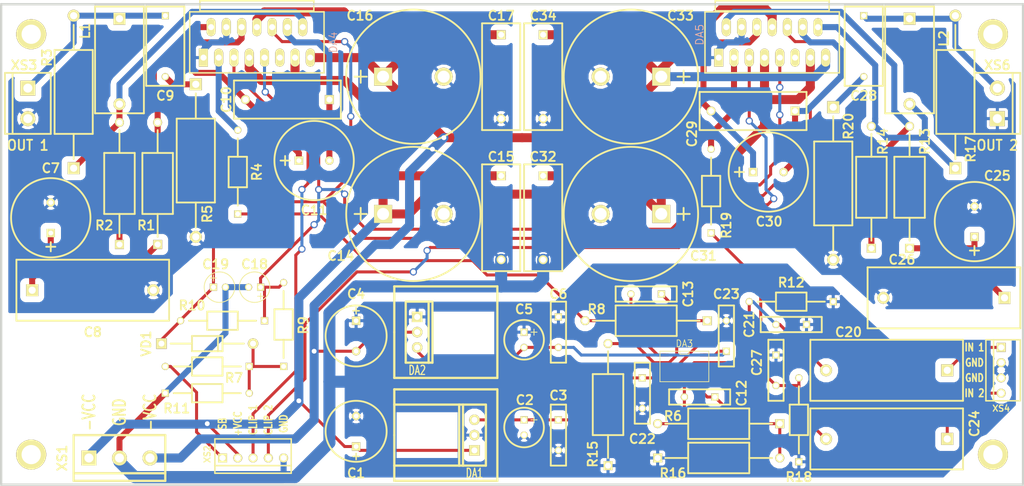
<source format=kicad_pcb>
(kicad_pcb (version 3) (host pcbnew "(25-Oct-2014 BZR 4029)-stable")
  (layers (15 Front signal) (0 Back signal) (18 B.Paste user) (19 F.Paste user) (20 B.SilkS user) (21 F.SilkS user) (22 B.Mask user) (23 F.Mask user) (28 Edge.Cuts user))
  (net 0 "")
  (net 1 /+15V)
  (net 2 /+29V)
  (net 3 /-15V)
  (net 4 /-29V)
  (net 5 /CLIP_1)
  (net 6 /CLIP_2)
  (net 7 /GND)
  (net 8 /MU/ST)
  (net 9 /MUTE)
  (net 10 /STBY)
  (net 11 N-000001)
  (net 12 N-0000010)
  (net 13 N-0000011)
  (net 14 N-0000012)
  (net 15 N-0000013)
  (net 16 N-0000017)
  (net 17 N-0000018)
  (net 18 N-0000019)
  (net 19 N-000002)
  (net 20 N-0000024)
  (net 21 N-0000025)
  (net 22 N-0000026)
  (net 23 N-0000027)
  (net 24 N-0000028)
  (net 25 N-000003)
  (net 26 N-0000030)
  (net 27 N-0000031)
  (net 28 N-0000032)
  (net 29 N-0000034)
  (net 30 N-0000035)
  (net 31 N-0000036)
  (net 32 N-000004)
  (net 33 N-000005)
  (net 34 N-000006)
  (net 35 N-000007)
  (module 1_pin (layer Front) (at 235.585 128.905)
    (fp_text reference 1_PIN hide)
    (fp_text value P*** hide)
    (pad 1 thru_hole circle (at -0.735 -5.01) (size 5 5) (drill 3.2) (layers *.Cu *.Mask F.SilkS))
  )
  (module 1_pin (layer Front) (at 76.835 128.905)
    (fp_text reference 1_PIN hide)
    (fp_text value P*** hide)
    (pad 1 thru_hole circle (at -1.985 -5.01) (size 5 5) (drill 3.2) (layers *.Cu *.Mask F.SilkS))
  )
  (module 1_pin (layer Front) (at 75.565 50.165)
    (fp_text reference 1_PIN hide)
    (fp_text value P*** hide)
    (pad 1 thru_hole circle (at -0.715 3.73) (size 5 5) (drill 3.2) (layers *.Cu *.Mask F.SilkS))
  )
  (module SOIC8 (layer Front) (at 183.515 109.22 270)
    (fp_text reference DA3 (at -3.81 0 360) (layer F.SilkS) (effects (font (size 1.143 1.016) (thickness 0.127))))
    (fp_text value LME49720MA hide)
    (pad 8 smd rect (at -1.905 -3.175 270) (size 0.508 1.143) (layers Front F.Paste F.Mask) (net 3 /-15V))
    (pad 7 smd rect (at -0.635 -3.175 270) (size 0.508 1.143) (layers Front F.Paste F.Mask) (net 16 N-0000017))
    (pad 6 smd rect (at 0.635 -3.175 270) (size 0.508 1.143) (layers Front F.Paste F.Mask) (net 19 N-000002))
    (pad 5 smd rect (at 1.905 -3.175 270) (size 0.508 1.143) (layers Front F.Paste F.Mask) (net 11 N-000001))
    (pad 4 smd rect (at 1.905 3.175 270) (size 0.508 1.143) (layers Front F.Paste F.Mask) (net 1 /+15V))
    (pad 3 smd rect (at 0.635 3.175 270) (size 0.508 1.143) (layers Front F.Paste F.Mask) (net 29 N-0000034))
    (pad 2 smd rect (at -0.635 3.175 270) (size 0.508 1.143) (layers Front F.Paste F.Mask) (net 18 N-0000019))
    (pad 1 smd rect (at -1.905 3.175 270) (size 0.508 1.143) (layers Front F.Paste F.Mask) (net 25 N-000003))
  )
  (module DG126-5.0-03P-14 (layer Front) (at 89.535 124.46)
    (fp_text reference XS1 (at -9.525 0 90) (layer F.SilkS) (effects (font (size 1.524 1.524) (thickness 0.3048))))
    (fp_text value DG126-5.0-03P-14 hide)
    (pad 3 thru_hole circle (at 5.08 0) (size 2.49936 2.49936) (drill 1.50114) (layers *.Cu *.Mask F.SilkS) (net 4 /-29V))
    (pad 1 thru_hole rect (at -5.08 0) (size 2.49936 2.49936) (drill 1.50114) (layers *.Cu *.Mask F.SilkS) (net 2 /+29V))
    (pad 2 thru_hole circle (at 0 0) (size 2.49936 2.49936) (drill 1.50114) (layers *.Cu *.Mask F.SilkS) (net 7 /GND))
  )
  (module DG126-5.0-02P-14 (layer Front) (at 235.585 65.405 90)
    (fp_text reference XS6 (at 6.35 0 180) (layer F.SilkS) (effects (font (size 1.524 1.524) (thickness 0.3048))))
    (fp_text value DG126-5.0-02P-14 hide)
    (pad 1 thru_hole rect (at -2.54 0 90) (size 2.49936 2.49936) (drill 1.50114) (layers *.Cu *.Mask F.SilkS) (net 7 /GND))
    (pad 2 thru_hole circle (at 2.54 0 90) (size 2.49936 2.49936) (drill 1.50114) (layers *.Cu *.Mask F.SilkS) (net 31 N-0000036))
  )
  (module DG126-5.0-02P-14 (layer Front) (at 74.295 65.405 270)
    (fp_text reference XS3 (at -6.35 0.635 360) (layer F.SilkS) (effects (font (size 1.524 1.524) (thickness 0.3048))))
    (fp_text value DG126-5.0-02P-14 hide)
    (pad 1 thru_hole rect (at -2.54 0 270) (size 2.49936 2.49936) (drill 1.50114) (layers *.Cu *.Mask F.SilkS) (net 28 N-0000032))
    (pad 2 thru_hole circle (at 2.54 0 270) (size 2.49936 2.49936) (drill 1.50114) (layers *.Cu *.Mask F.SilkS) (net 7 /GND))
  )
  (module MULTIWATT15 (layer Front) (at 198.12 50.165)
    (fp_text reference DA5 (at -12.065 3.81 90) (layer B.SilkS) (effects (font (size 1.27 1.27))))
    (fp_text value TDA7293 hide)
    (pad 1 thru_hole rect (at -8.89 7.62) (size 1.5 3) (drill 1) (layers *.Cu F.Paste F.SilkS F.Mask) (net 7 /GND))
    (pad 2 thru_hole oval (at -7.62 2.54) (size 1.5 3) (drill 1) (layers *.Cu F.Paste F.SilkS F.Mask) (net 30 N-0000035))
    (pad 3 thru_hole oval (at -6.35 7.62) (size 1.5 3) (drill 1) (layers *.Cu F.Paste F.SilkS F.Mask) (net 12 N-0000010))
    (pad 4 thru_hole oval (at -5.08 2.54) (size 1.5 3) (drill 1) (layers *.Cu F.Paste F.SilkS F.Mask) (net 7 /GND))
    (pad 5 thru_hole oval (at -3.81 7.62) (size 1.5 3) (drill 1) (layers *.Cu F.Paste F.SilkS F.Mask) (net 6 /CLIP_2))
    (pad 6 thru_hole oval (at -2.54 2.54) (size 1.5 3) (drill 1) (layers *.Cu F.Paste F.SilkS F.Mask) (net 33 N-000005))
    (pad 7 thru_hole oval (at -1.27 7.62) (size 1.5 3) (drill 1) (layers *.Cu F.Paste F.SilkS F.Mask) (net 2 /+29V))
    (pad 8 thru_hole oval (at 0 2.54) (size 1.5 3) (drill 1) (layers *.Cu F.Paste F.SilkS F.Mask) (net 4 /-29V))
    (pad 9 thru_hole oval (at 1.27 7.62) (size 1.5 3) (drill 1) (layers *.Cu F.Paste F.SilkS F.Mask) (net 10 /STBY))
    (pad 10 thru_hole oval (at 2.54 2.54) (size 1.5 3) (drill 1) (layers *.Cu F.Paste F.SilkS F.Mask) (net 9 /MUTE))
    (pad 11 thru_hole oval (at 3.81 7.62) (size 1.5 3) (drill 1) (layers *.Cu F.Paste F.SilkS F.Mask))
    (pad 12 thru_hole oval (at 5.08 2.54) (size 1.5 3) (drill 1) (layers *.Cu F.Paste F.SilkS F.Mask) (net 32 N-000004))
    (pad 13 thru_hole oval (at 6.35 7.62) (size 1.5 3) (drill 1) (layers *.Cu F.Paste F.SilkS F.Mask) (net 2 /+29V))
    (pad 14 thru_hole oval (at 7.62 2.54) (size 1.5 3) (drill 1) (layers *.Cu F.Paste F.SilkS F.Mask) (net 13 N-0000011))
    (pad 15 thru_hole oval (at 8.89 7.62) (size 1.5 3) (drill 1) (layers *.Cu F.Paste F.SilkS F.Mask) (net 4 /-29V))
  )
  (module MULTIWATT15 (layer Front) (at 112.395 50.165)
    (fp_text reference DA4 (at 12.7 5.08 90) (layer B.SilkS) (effects (font (size 1.27 1.27))))
    (fp_text value TDA7293 hide)
    (pad 1 thru_hole rect (at -8.89 7.62) (size 1.5 3) (drill 1) (layers *.Cu F.Paste F.SilkS F.Mask) (net 7 /GND))
    (pad 2 thru_hole oval (at -7.62 2.54) (size 1.5 3) (drill 1) (layers *.Cu F.Paste F.SilkS F.Mask) (net 23 N-0000027))
    (pad 3 thru_hole oval (at -6.35 7.62) (size 1.5 3) (drill 1) (layers *.Cu F.Paste F.SilkS F.Mask) (net 17 N-0000018))
    (pad 4 thru_hole oval (at -5.08 2.54) (size 1.5 3) (drill 1) (layers *.Cu F.Paste F.SilkS F.Mask) (net 7 /GND))
    (pad 5 thru_hole oval (at -3.81 7.62) (size 1.5 3) (drill 1) (layers *.Cu F.Paste F.SilkS F.Mask) (net 5 /CLIP_1))
    (pad 6 thru_hole oval (at -2.54 2.54) (size 1.5 3) (drill 1) (layers *.Cu F.Paste F.SilkS F.Mask) (net 21 N-0000025))
    (pad 7 thru_hole oval (at -1.27 7.62) (size 1.5 3) (drill 1) (layers *.Cu F.Paste F.SilkS F.Mask) (net 2 /+29V))
    (pad 8 thru_hole oval (at 0 2.54) (size 1.5 3) (drill 1) (layers *.Cu F.Paste F.SilkS F.Mask) (net 4 /-29V))
    (pad 9 thru_hole oval (at 1.27 7.62) (size 1.5 3) (drill 1) (layers *.Cu F.Paste F.SilkS F.Mask) (net 10 /STBY))
    (pad 10 thru_hole oval (at 2.54 2.54) (size 1.5 3) (drill 1) (layers *.Cu F.Paste F.SilkS F.Mask) (net 9 /MUTE))
    (pad 11 thru_hole oval (at 3.81 7.62) (size 1.5 3) (drill 1) (layers *.Cu F.Paste F.SilkS F.Mask))
    (pad 12 thru_hole oval (at 5.08 2.54) (size 1.5 3) (drill 1) (layers *.Cu F.Paste F.SilkS F.Mask) (net 22 N-0000026))
    (pad 13 thru_hole oval (at 6.35 7.62) (size 1.5 3) (drill 1) (layers *.Cu F.Paste F.SilkS F.Mask) (net 2 /+29V))
    (pad 14 thru_hole oval (at 7.62 2.54) (size 1.5 3) (drill 1) (layers *.Cu F.Paste F.SilkS F.Mask) (net 26 N-0000030))
    (pad 15 thru_hole oval (at 8.89 7.62) (size 1.5 3) (drill 1) (layers *.Cu F.Paste F.SilkS F.Mask) (net 4 /-29V))
  )
  (module TO220_VERT_POZ (layer Front) (at 139.065 103.505)
    (fp_text reference DA2 (at 0 6.35) (layer F.SilkS) (effects (font (size 1.524 1.016) (thickness 0.2032))))
    (fp_text value LM7915 hide)
    (pad 1 thru_hole rect (at 0 -2.54) (size 1.75 1.75) (drill 1) (layers *.Cu *.Mask F.SilkS) (net 7 /GND))
    (pad 2 thru_hole circle (at 0 0) (size 1.75 1.75) (drill 1) (layers *.Cu *.Mask F.SilkS) (net 4 /-29V))
    (pad 3 thru_hole circle (at 0 2.54) (size 1.75 1.75) (drill 1) (layers *.Cu *.Mask F.SilkS) (net 3 /-15V))
  )
  (module TO220_VERT_POZ (layer Front) (at 148.59 120.65 180)
    (fp_text reference DA1 (at 0 -6.35 180) (layer F.SilkS) (effects (font (size 1.524 1.016) (thickness 0.2032))))
    (fp_text value LM7815 hide)
    (pad 1 thru_hole rect (at 0 -2.54 180) (size 1.75 1.75) (drill 1) (layers *.Cu *.Mask F.SilkS) (net 2 /+29V))
    (pad 2 thru_hole circle (at 0 0 180) (size 1.75 1.75) (drill 1) (layers *.Cu *.Mask F.SilkS) (net 7 /GND))
    (pad 3 thru_hole circle (at 0 2.54 180) (size 1.75 1.75) (drill 1) (layers *.Cu *.Mask F.SilkS) (net 1 /+15V))
  )
  (module DO-41 (layer Front) (at 111.76 105.41 180)
    (fp_text reference VD1 (at 17.78 0 270) (layer F.SilkS) (effects (font (size 1.524 1.524) (thickness 0.3048))))
    (fp_text value 1N4007 hide)
    (pad 1 thru_hole rect (at 15.24 0 180) (size 1.75 1.75) (drill 1) (layers *.Cu *.Mask F.SilkS) (net 9 /MUTE))
    (pad 2 thru_hole circle (at 0 0 180) (size 1.75 1.75) (drill 1) (layers *.Cu *.Mask F.SilkS) (net 24 N-0000028))
  )
  (module CAPACITOR_CBB21_20_24x11 (layer Front) (at 85.09 96.52)
    (fp_text reference C8 (at 0 6.985) (layer F.SilkS) (effects (font (size 1.524 1.524) (thickness 0.3048))))
    (fp_text value "2.2 мк" hide)
    (pad 1 thru_hole rect (at -10.08 0) (size 2 2) (drill 1.2) (layers *.Cu *.Mask F.SilkS) (net 27 N-0000031))
    (pad 2 thru_hole circle (at 10.08 0) (size 2 2) (drill 1.2) (layers *.Cu *.Mask F.SilkS) (net 7 /GND))
  )
  (module CAPACITOR_CBB21_20_24x11 (layer Front) (at 226.695 97.79 180)
    (fp_text reference C26 (at 6.985 6.35 180) (layer F.SilkS) (effects (font (size 1.524 1.524) (thickness 0.3048))))
    (fp_text value "2.2 мк" hide)
    (pad 1 thru_hole rect (at -10.08 0 180) (size 2 2) (drill 1.2) (layers *.Cu *.Mask F.SilkS) (net 35 N-000007))
    (pad 2 thru_hole circle (at 10.08 0 180) (size 2 2) (drill 1.2) (layers *.Cu *.Mask F.SilkS) (net 7 /GND))
  )
  (module CAPACITOR_CBB21_20_24x11 (layer Front) (at 217.17 109.855 180)
    (fp_text reference C20 (at 6.35 6.35 180) (layer F.SilkS) (effects (font (size 1.524 1.524) (thickness 0.3048))))
    (fp_text value "2.2 мк" hide)
    (pad 1 thru_hole rect (at -10.08 0 180) (size 2 2) (drill 1.2) (layers *.Cu *.Mask F.SilkS) (net 15 N-0000013))
    (pad 2 thru_hole circle (at 10.08 0 180) (size 2 2) (drill 1.2) (layers *.Cu *.Mask F.SilkS) (net 29 N-0000034))
  )
  (module CAPACITOR_CBB21_20_24x11 (layer Front) (at 217.17 121.285 180)
    (fp_text reference C24 (at -14.605 2.54 270) (layer F.SilkS) (effects (font (size 1.524 1.524) (thickness 0.3048))))
    (fp_text value "2.2 мк" hide)
    (pad 1 thru_hole rect (at -10.08 0 180) (size 2 2) (drill 1.2) (layers *.Cu *.Mask F.SilkS) (net 14 N-0000012))
    (pad 2 thru_hole circle (at 10.08 0 180) (size 2 2) (drill 1.2) (layers *.Cu *.Mask F.SilkS) (net 11 N-000001))
  )
  (module CAPACITOR_K10-17 (layer Front) (at 162.56 103.505 270)
    (fp_text reference C6 (at -6.35 0 360) (layer F.SilkS) (effects (font (size 1.524 1.524) (thickness 0.3048))))
    (fp_text value "0.1 мк" hide)
    (pad 1 thru_hole rect (at -2.54 0 270) (size 1.2 1.2) (drill 0.8) (layers *.Cu *.Mask F.SilkS) (net 7 /GND))
    (pad 2 thru_hole circle (at 2.54 0 270) (size 1.2 1.2) (drill 0.8) (layers *.Cu *.Mask F.SilkS) (net 3 /-15V))
  )
  (module CAPACITOR_K10-17 (layer Front) (at 162.56 120.65 270)
    (fp_text reference C3 (at -6.604 0 360) (layer F.SilkS) (effects (font (size 1.524 1.524) (thickness 0.3048))))
    (fp_text value "0.1 мк" hide)
    (pad 1 thru_hole rect (at -2.54 0 270) (size 1.2 1.2) (drill 0.8) (layers *.Cu *.Mask F.SilkS) (net 1 /+15V))
    (pad 2 thru_hole circle (at 2.54 0 270) (size 1.2 1.2) (drill 0.8) (layers *.Cu *.Mask F.SilkS) (net 7 /GND))
  )
  (module CAPACITOR_K10-17 (layer Front) (at 176.53 113.665 270)
    (fp_text reference C22 (at 7.62 0 360) (layer F.SilkS) (effects (font (size 1.524 1.524) (thickness 0.3048))))
    (fp_text value "0.1 мк" hide)
    (pad 1 thru_hole rect (at -2.54 0 270) (size 1.2 1.2) (drill 0.8) (layers *.Cu *.Mask F.SilkS) (net 1 /+15V))
    (pad 2 thru_hole circle (at 2.54 0 270) (size 1.2 1.2) (drill 0.8) (layers *.Cu *.Mask F.SilkS) (net 7 /GND))
  )
  (module CAPACITOR_K10-17 (layer Front) (at 190.5 104.14 90)
    (fp_text reference C23 (at 6.985 0 180) (layer F.SilkS) (effects (font (size 1.524 1.524) (thickness 0.3048))))
    (fp_text value "0.1 мк" hide)
    (pad 1 thru_hole rect (at -2.54 0 90) (size 1.2 1.2) (drill 0.8) (layers *.Cu *.Mask F.SilkS) (net 3 /-15V))
    (pad 2 thru_hole circle (at 2.54 0 90) (size 1.2 1.2) (drill 0.8) (layers *.Cu *.Mask F.SilkS) (net 7 /GND))
  )
  (module CAPACITOR_K10-17 (layer Front) (at 186.055 114.3 180)
    (fp_text reference C12 (at -6.985 0.635 270) (layer F.SilkS) (effects (font (size 1.524 1.524) (thickness 0.3048))))
    (fp_text value "10 п" hide)
    (pad 1 thru_hole rect (at -2.54 0 180) (size 1.2 1.2) (drill 0.8) (layers *.Cu *.Mask F.SilkS) (net 19 N-000002))
    (pad 2 thru_hole circle (at 2.54 0 180) (size 1.2 1.2) (drill 0.8) (layers *.Cu *.Mask F.SilkS) (net 16 N-0000017))
  )
  (module CAPACITOR_K10-17 (layer Front) (at 201.295 102.235 180)
    (fp_text reference C21 (at 6.985 0 270) (layer F.SilkS) (effects (font (size 1.524 1.524) (thickness 0.3048))))
    (fp_text value "100 п" hide)
    (pad 1 thru_hole rect (at -2.54 0 180) (size 1.2 1.2) (drill 0.8) (layers *.Cu *.Mask F.SilkS) (net 7 /GND))
    (pad 2 thru_hole circle (at 2.54 0 180) (size 1.2 1.2) (drill 0.8) (layers *.Cu *.Mask F.SilkS) (net 29 N-0000034))
  )
  (module CAPACITOR_K10-17 (layer Front) (at 177.165 97.155 180)
    (fp_text reference C13 (at -6.985 0 270) (layer F.SilkS) (effects (font (size 1.524 1.524) (thickness 0.3048))))
    (fp_text value "10 п" hide)
    (pad 1 thru_hole rect (at -2.54 0 180) (size 1.2 1.2) (drill 0.8) (layers *.Cu *.Mask F.SilkS) (net 18 N-0000019))
    (pad 2 thru_hole circle (at 2.54 0 180) (size 1.2 1.2) (drill 0.8) (layers *.Cu *.Mask F.SilkS) (net 25 N-000003))
  )
  (module CAPACITOR_K10-17 (layer Front) (at 198.755 109.855 270)
    (fp_text reference C27 (at -1.27 3.175 270) (layer F.SilkS) (effects (font (size 1.524 1.524) (thickness 0.3048))))
    (fp_text value "100 п" hide)
    (pad 1 thru_hole rect (at -2.54 0 270) (size 1.2 1.2) (drill 0.8) (layers *.Cu *.Mask F.SilkS) (net 7 /GND))
    (pad 2 thru_hole circle (at 2.54 0 270) (size 1.2 1.2) (drill 0.8) (layers *.Cu *.Mask F.SilkS) (net 11 N-000001))
  )
  (module CAPACITOR_CBB21_15_16x6 (layer Front) (at 117.475 64.77 180)
    (fp_text reference C10 (at 10.16 0 270) (layer F.SilkS) (effects (font (size 1.524 1.524) (thickness 0.3048))))
    (fp_text value "1 мк" hide)
    (pad 1 thru_hole rect (at -6.985 0 180) (size 1.5 1.5) (drill 1) (layers *.Cu *.Mask F.SilkS) (net 22 N-0000026))
    (pad 2 thru_hole circle (at 6.985 0 180) (size 1.5 1.5) (drill 1) (layers *.Cu *.Mask F.SilkS) (net 21 N-0000025))
  )
  (module CAPACITOR_CBB21_15_16x6 (layer Front) (at 160.02 60.96 270)
    (fp_text reference C34 (at -10.16 0 360) (layer F.SilkS) (effects (font (size 1.524 1.524) (thickness 0.3048))))
    (fp_text value "1 мк" hide)
    (pad 1 thru_hole rect (at -6.985 0 270) (size 1.5 1.5) (drill 1) (layers *.Cu *.Mask F.SilkS) (net 4 /-29V))
    (pad 2 thru_hole circle (at 6.985 0 270) (size 1.5 1.5) (drill 1) (layers *.Cu *.Mask F.SilkS) (net 7 /GND))
  )
  (module CAPACITOR_CBB21_15_16x6 (layer Front) (at 153.035 84.455 270)
    (fp_text reference C15 (at -10.16 0 360) (layer F.SilkS) (effects (font (size 1.524 1.524) (thickness 0.3048))))
    (fp_text value "1 мк" hide)
    (pad 1 thru_hole rect (at -6.985 0 270) (size 1.5 1.5) (drill 1) (layers *.Cu *.Mask F.SilkS) (net 2 /+29V))
    (pad 2 thru_hole circle (at 6.985 0 270) (size 1.5 1.5) (drill 1) (layers *.Cu *.Mask F.SilkS) (net 7 /GND))
  )
  (module CAPACITOR_CBB21_15_16x6 (layer Front) (at 153.035 60.96 270)
    (fp_text reference C17 (at -10.16 0 360) (layer F.SilkS) (effects (font (size 1.524 1.524) (thickness 0.3048))))
    (fp_text value "1 мк" hide)
    (pad 1 thru_hole rect (at -6.985 0 270) (size 1.5 1.5) (drill 1) (layers *.Cu *.Mask F.SilkS) (net 4 /-29V))
    (pad 2 thru_hole circle (at 6.985 0 270) (size 1.5 1.5) (drill 1) (layers *.Cu *.Mask F.SilkS) (net 7 /GND))
  )
  (module CAPACITOR_CBB21_15_16x6 (layer Front) (at 160.02 84.455 270)
    (fp_text reference C32 (at -10.16 0 360) (layer F.SilkS) (effects (font (size 1.524 1.524) (thickness 0.3048))))
    (fp_text value "1 мк" hide)
    (pad 1 thru_hole rect (at -6.985 0 270) (size 1.5 1.5) (drill 1) (layers *.Cu *.Mask F.SilkS) (net 2 /+29V))
    (pad 2 thru_hole circle (at 6.985 0 270) (size 1.5 1.5) (drill 1) (layers *.Cu *.Mask F.SilkS) (net 7 /GND))
  )
  (module CAPACITOR_CBB21_15_16x6 (layer Front) (at 194.945 66.675 180)
    (fp_text reference C29 (at 10.16 -3.81 270) (layer F.SilkS) (effects (font (size 1.524 1.524) (thickness 0.3048))))
    (fp_text value "1 мк" hide)
    (pad 1 thru_hole rect (at -6.985 0 180) (size 1.5 1.5) (drill 1) (layers *.Cu *.Mask F.SilkS) (net 32 N-000004))
    (pad 2 thru_hole circle (at 6.985 0 180) (size 1.5 1.5) (drill 1) (layers *.Cu *.Mask F.SilkS) (net 33 N-000005))
  )
  (module RESISTOR_2W (layer Front) (at 102.235 74.93 270)
    (fp_text reference R5 (at 8.89 -1.905 270) (layer F.SilkS) (effects (font (size 1.524 1.524) (thickness 0.3048))))
    (fp_text value 10 hide)
    (pad 1 thru_hole rect (at -12.7 0 270) (size 2 2) (drill 1.2) (layers *.Cu *.Mask F.SilkS) (net 20 N-0000024))
    (pad 2 thru_hole circle (at 12.7 0 270) (size 2 2) (drill 1.2) (layers *.Cu *.Mask F.SilkS) (net 7 /GND))
  )
  (module RESISTOR_2W (layer Front) (at 81.915 63.5 90)
    (fp_text reference R3 (at 5.715 -4.445 90) (layer F.SilkS) (effects (font (size 1.524 1.524) (thickness 0.3048))))
    (fp_text value 10 hide)
    (pad 1 thru_hole rect (at -12.7 0 90) (size 2 2) (drill 1.2) (layers *.Cu *.Mask F.SilkS) (net 26 N-0000030))
    (pad 2 thru_hole circle (at 12.7 0 90) (size 2 2) (drill 1.2) (layers *.Cu *.Mask F.SilkS) (net 28 N-0000032))
  )
  (module RESISTOR_2W (layer Front) (at 228.6 63.5 90)
    (fp_text reference R17 (at -9.525 2.54 90) (layer F.SilkS) (effects (font (size 1.524 1.524) (thickness 0.3048))))
    (fp_text value 10 hide)
    (pad 1 thru_hole rect (at -12.7 0 90) (size 2 2) (drill 1.2) (layers *.Cu *.Mask F.SilkS) (net 13 N-0000011))
    (pad 2 thru_hole circle (at 12.7 0 90) (size 2 2) (drill 1.2) (layers *.Cu *.Mask F.SilkS) (net 31 N-0000036))
  )
  (module RESISTOR_2W (layer Front) (at 208.28 78.74 270)
    (fp_text reference R20 (at -9.525 -2.54 270) (layer F.SilkS) (effects (font (size 1.524 1.524) (thickness 0.3048))))
    (fp_text value 10 hide)
    (pad 1 thru_hole rect (at -12.7 0 270) (size 2 2) (drill 1.2) (layers *.Cu *.Mask F.SilkS) (net 34 N-000006))
    (pad 2 thru_hole circle (at 12.7 0 270) (size 2 2) (drill 1.2) (layers *.Cu *.Mask F.SilkS) (net 7 /GND))
  )
  (module RESISTOR_1W (layer Front) (at 89.535 78.74 90)
    (fp_text reference R2 (at -6.985 -2.54 180) (layer F.SilkS) (effects (font (size 1.524 1.524) (thickness 0.3048))))
    (fp_text value "2 к  +/-0.5%" hide)
    (pad 1 thru_hole rect (at -10.16 0 90) (size 1.5 1.5) (drill 1) (layers *.Cu *.Mask F.SilkS) (net 23 N-0000027))
    (pad 2 thru_hole circle (at 10.16 0 90) (size 1.5 1.5) (drill 1) (layers *.Cu *.Mask F.SilkS) (net 26 N-0000030))
  )
  (module RESISTOR_1W (layer Front) (at 177.165 101.6 180)
    (fp_text reference R8 (at 8.255 1.905 180) (layer F.SilkS) (effects (font (size 1.524 1.524) (thickness 0.3048))))
    (fp_text value "47 к +/-0.5%" hide)
    (pad 1 thru_hole rect (at -10.16 0 180) (size 1.5 1.5) (drill 1) (layers *.Cu *.Mask F.SilkS) (net 18 N-0000019))
    (pad 2 thru_hole circle (at 10.16 0 180) (size 1.5 1.5) (drill 1) (layers *.Cu *.Mask F.SilkS) (net 25 N-000003))
  )
  (module RESISTOR_1W (layer Front) (at 170.815 115.57 90)
    (fp_text reference R15 (at -8.255 -2.54 90) (layer F.SilkS) (effects (font (size 1.524 1.524) (thickness 0.3048))))
    (fp_text value "12 к +/-0.5%" hide)
    (pad 1 thru_hole rect (at -10.16 0 90) (size 1.5 1.5) (drill 1) (layers *.Cu *.Mask F.SilkS) (net 7 /GND))
    (pad 2 thru_hole circle (at 10.16 0 90) (size 1.5 1.5) (drill 1) (layers *.Cu *.Mask F.SilkS) (net 18 N-0000019))
  )
  (module RESISTOR_1W (layer Front) (at 214.63 79.375 90)
    (fp_text reference R14 (at 7.62 1.905 90) (layer F.SilkS) (effects (font (size 1.524 1.524) (thickness 0.3048))))
    (fp_text value "2 к +/- 0.5%" hide)
    (pad 1 thru_hole rect (at -10.16 0 90) (size 1.5 1.5) (drill 1) (layers *.Cu *.Mask F.SilkS) (net 30 N-0000035))
    (pad 2 thru_hole circle (at 10.16 0 90) (size 1.5 1.5) (drill 1) (layers *.Cu *.Mask F.SilkS) (net 13 N-0000011))
  )
  (module RESISTOR_1W (layer Front) (at 220.98 79.375 90)
    (fp_text reference R13 (at 7.62 2.54 90) (layer F.SilkS) (effects (font (size 1.524 1.524) (thickness 0.3048))))
    (fp_text value "1 к +/- 0.5%" hide)
    (pad 1 thru_hole rect (at -10.16 0 90) (size 1.5 1.5) (drill 1) (layers *.Cu *.Mask F.SilkS) (net 35 N-000007))
    (pad 2 thru_hole circle (at 10.16 0 90) (size 1.5 1.5) (drill 1) (layers *.Cu *.Mask F.SilkS) (net 30 N-0000035))
  )
  (module RESISTOR_1W (layer Front) (at 189.23 124.46)
    (fp_text reference R16 (at -7.62 2.54) (layer F.SilkS) (effects (font (size 1.524 1.524) (thickness 0.3048))))
    (fp_text value "12 к +/-0.5%" hide)
    (pad 1 thru_hole rect (at -10.16 0) (size 1.5 1.5) (drill 1) (layers *.Cu *.Mask F.SilkS) (net 7 /GND))
    (pad 2 thru_hole circle (at 10.16 0) (size 1.5 1.5) (drill 1) (layers *.Cu *.Mask F.SilkS) (net 19 N-000002))
  )
  (module RESISTOR_1W (layer Front) (at 95.885 78.74 90)
    (fp_text reference R1 (at -6.985 -1.905 180) (layer F.SilkS) (effects (font (size 1.524 1.524) (thickness 0.3048))))
    (fp_text value "1 к  +/-0.5%" hide)
    (pad 1 thru_hole rect (at -10.16 0 90) (size 1.5 1.5) (drill 1) (layers *.Cu *.Mask F.SilkS) (net 27 N-0000031))
    (pad 2 thru_hole circle (at 10.16 0 90) (size 1.5 1.5) (drill 1) (layers *.Cu *.Mask F.SilkS) (net 23 N-0000027))
  )
  (module RESISTOR_1W (layer Front) (at 189.23 118.745 180)
    (fp_text reference R6 (at 7.62 1.27 180) (layer F.SilkS) (effects (font (size 1.524 1.524) (thickness 0.3048))))
    (fp_text value "47 к +/-0.5%" hide)
    (pad 1 thru_hole rect (at -10.16 0 180) (size 1.5 1.5) (drill 1) (layers *.Cu *.Mask F.SilkS) (net 19 N-000002))
    (pad 2 thru_hole circle (at 10.16 0 180) (size 1.5 1.5) (drill 1) (layers *.Cu *.Mask F.SilkS) (net 16 N-0000017))
  )
  (module RESISTOR_0.25W (layer Front) (at 187.96 80.01 90)
    (fp_text reference R19 (at -5.715 2.54 90) (layer F.SilkS) (effects (font (size 1.524 1.524) (thickness 0.3048))))
    (fp_text value "2,7 к" hide)
    (pad 1 thru_hole rect (at -6.985 0 90) (size 1.2 1.2) (drill 0.8) (layers *.Cu *.Mask F.SilkS) (net 16 N-0000017))
    (pad 2 thru_hole circle (at 6.985 0 90) (size 1.2 1.2) (drill 0.8) (layers *.Cu *.Mask F.SilkS) (net 12 N-0000010))
  )
  (module RESISTOR_0.25W (layer Front) (at 109.22 76.835 90)
    (fp_text reference R4 (at 0 3.175 90) (layer F.SilkS) (effects (font (size 1.524 1.524) (thickness 0.3048))))
    (fp_text value "2,7 к" hide)
    (pad 1 thru_hole rect (at -6.985 0 90) (size 1.2 1.2) (drill 0.8) (layers *.Cu *.Mask F.SilkS) (net 25 N-000003))
    (pad 2 thru_hole circle (at 6.985 0 90) (size 1.2 1.2) (drill 0.8) (layers *.Cu *.Mask F.SilkS) (net 17 N-0000018))
  )
  (module RESISTOR_0.25W (layer Front) (at 104.14 113.665)
    (fp_text reference R11 (at -5.08 2.54) (layer F.SilkS) (effects (font (size 1.524 1.524) (thickness 0.3048))))
    (fp_text value "1 к" hide)
    (pad 1 thru_hole rect (at -6.985 0) (size 1.2 1.2) (drill 0.8) (layers *.Cu *.Mask F.SilkS) (net 7 /GND))
    (pad 2 thru_hole circle (at 6.985 0) (size 1.2 1.2) (drill 0.8) (layers *.Cu *.Mask F.SilkS) (net 24 N-0000028))
  )
  (module RESISTOR_0.25W (layer Front) (at 202.565 118.11 90)
    (fp_text reference R18 (at -9.525 0 180) (layer F.SilkS) (effects (font (size 1.524 1.524) (thickness 0.3048))))
    (fp_text value "22 к" hide)
    (pad 1 thru_hole rect (at -6.985 0 90) (size 1.2 1.2) (drill 0.8) (layers *.Cu *.Mask F.SilkS) (net 7 /GND))
    (pad 2 thru_hole circle (at 6.985 0 90) (size 1.2 1.2) (drill 0.8) (layers *.Cu *.Mask F.SilkS) (net 11 N-000001))
  )
  (module RESISTOR_0.25W (layer Front) (at 201.295 98.425 180)
    (fp_text reference R12 (at 0 3.175 180) (layer F.SilkS) (effects (font (size 1.524 1.524) (thickness 0.3048))))
    (fp_text value "22 к" hide)
    (pad 1 thru_hole rect (at -6.985 0 180) (size 1.2 1.2) (drill 0.8) (layers *.Cu *.Mask F.SilkS) (net 7 /GND))
    (pad 2 thru_hole circle (at 6.985 0 180) (size 1.2 1.2) (drill 0.8) (layers *.Cu *.Mask F.SilkS) (net 29 N-0000034))
  )
  (module RESISTOR_0.25W (layer Front) (at 104.14 109.22 180)
    (fp_text reference R7 (at -4.445 -1.905 180) (layer F.SilkS) (effects (font (size 1.524 1.524) (thickness 0.3048))))
    (fp_text value "5.1 к" hide)
    (pad 1 thru_hole rect (at -6.985 0 180) (size 1.2 1.2) (drill 0.8) (layers *.Cu *.Mask F.SilkS) (net 24 N-0000028))
    (pad 2 thru_hole circle (at 6.985 0 180) (size 1.2 1.2) (drill 0.8) (layers *.Cu *.Mask F.SilkS) (net 8 /MU/ST))
  )
  (module RESISTOR_0.25W (layer Front) (at 116.84 102.235 90)
    (fp_text reference R9 (at -0.127 3.302 90) (layer F.SilkS) (effects (font (size 1.524 1.524) (thickness 0.3048))))
    (fp_text value "22 к" hide)
    (pad 1 thru_hole rect (at -6.985 0 90) (size 1.2 1.2) (drill 0.8) (layers *.Cu *.Mask F.SilkS) (net 24 N-0000028))
    (pad 2 thru_hole circle (at 6.985 0 90) (size 1.2 1.2) (drill 0.8) (layers *.Cu *.Mask F.SilkS) (net 10 /STBY))
  )
  (module RESISTOR_0.25W (layer Front) (at 106.68 101.6 180)
    (fp_text reference R10 (at 5.08 2.54 180) (layer F.SilkS) (effects (font (size 1.524 1.524) (thickness 0.3048))))
    (fp_text value "22 к" hide)
    (pad 1 thru_hole rect (at -6.985 0 180) (size 1.2 1.2) (drill 0.8) (layers *.Cu *.Mask F.SilkS) (net 10 /STBY))
    (pad 2 thru_hole circle (at 6.985 0 180) (size 1.2 1.2) (drill 0.8) (layers *.Cu *.Mask F.SilkS) (net 9 /MUTE))
  )
  (module INDUCTORS_1_15x8 (layer Front) (at 89.535 58.42 270)
    (fp_text reference L1 (at -5.08 5.715 270) (layer F.SilkS) (effects (font (size 1.524 1.524) (thickness 0.3048))))
    (fp_text value "0,7 мкГн" hide)
    (pad 1 thru_hole rect (at -7.112 0 270) (size 2 2) (drill 1.2) (layers *.Cu *.Mask F.SilkS) (net 28 N-0000032))
    (pad 2 thru_hole circle (at 7.112 0 270) (size 2 2) (drill 1.2) (layers *.Cu *.Mask F.SilkS) (net 26 N-0000030))
  )
  (module INDUCTORS_1_15x8 (layer Front) (at 220.98 58.42 270)
    (fp_text reference L2 (at -3.81 -5.715 270) (layer F.SilkS) (effects (font (size 1.524 1.524) (thickness 0.3048))))
    (fp_text value "0,7 мкГн" hide)
    (pad 1 thru_hole rect (at -7.112 0 270) (size 2 2) (drill 1.2) (layers *.Cu *.Mask F.SilkS) (net 31 N-0000036))
    (pad 2 thru_hole circle (at 7.112 0 270) (size 2 2) (drill 1.2) (layers *.Cu *.Mask F.SilkS) (net 13 N-0000011))
  )
  (module 1_pin (layer Front) (at 236.22 52.07)
    (fp_text reference 1_PIN hide)
    (fp_text value P*** hide)
    (pad 1 thru_hole circle (at -1.37 1.825) (size 5 5) (drill 3.2) (layers *.Cu *.Mask F.SilkS))
  )
  (module WF-5 (layer Front) (at 111.76 124.46)
    (fp_text reference XS2 (at -7.62 -0.635 90) (layer F.SilkS) (effects (font (size 1.016 1.016) (thickness 0.2032))))
    (fp_text value WF-5 hide)
    (pad 5 thru_hole circle (at 5.08 0) (size 1.5 1.5) (drill 1) (layers *.Cu *.Mask F.SilkS) (net 7 /GND))
    (pad 4 thru_hole circle (at 2.54 0) (size 1.5 1.5) (drill 1) (layers *.Cu *.Mask F.SilkS) (net 6 /CLIP_2))
    (pad 1 thru_hole rect (at -5.08 0) (size 1.5 1.5) (drill 1) (layers *.Cu *.Mask F.SilkS) (net 8 /MU/ST))
    (pad 2 thru_hole circle (at -2.54 0) (size 1.5 1.5) (drill 1) (layers *.Cu *.Mask F.SilkS) (net 2 /+29V))
    (pad 3 thru_hole circle (at 0 0) (size 1.5 1.5) (drill 1) (layers *.Cu *.Mask F.SilkS) (net 5 /CLIP_1))
  )
  (module WF-4 (layer Front) (at 236.22 109.855 270)
    (fp_text reference XS4 (at 6.35 0 360) (layer F.SilkS) (effects (font (size 1.016 1.016) (thickness 0.2032))))
    (fp_text value WF-4 hide)
    (pad 4 thru_hole circle (at 3.81 0 270) (size 1.5 1.5) (drill 1) (layers *.Cu *.Mask F.SilkS) (net 14 N-0000012))
    (pad 1 thru_hole rect (at -3.81 0 270) (size 1.5 1.5) (drill 1) (layers *.Cu *.Mask F.SilkS) (net 15 N-0000013))
    (pad 2 thru_hole circle (at -1.27 0 270) (size 1.5 1.5) (drill 1) (layers *.Cu *.Mask F.SilkS) (net 7 /GND))
    (pad 3 thru_hole circle (at 1.27 0 270) (size 1.5 1.5) (drill 1) (layers *.Cu *.Mask F.SilkS) (net 7 /GND))
  )
  (module CAPACITOR_CBB21_10_12x6 (layer Front) (at 97.155 55.88 270)
    (fp_text reference C9 (at 8.255 0 360) (layer F.SilkS) (effects (font (size 1.524 1.524) (thickness 0.3048))))
    (fp_text value "0.1 мк" hide)
    (pad 1 thru_hole rect (at -5.08 0 270) (size 1.2 1.2) (drill 0.8) (layers *.Cu *.Mask F.SilkS) (net 28 N-0000032))
    (pad 2 thru_hole circle (at 5.08 0 270) (size 1.2 1.2) (drill 0.8) (layers *.Cu *.Mask F.SilkS) (net 20 N-0000024))
  )
  (module CAPACITOR_CBB21_10_12x6 (layer Front) (at 213.36 55.88 270)
    (fp_text reference C28 (at 8.255 0 360) (layer F.SilkS) (effects (font (size 1.524 1.524) (thickness 0.3048))))
    (fp_text value "0.1 мк" hide)
    (pad 1 thru_hole rect (at -5.08 0 270) (size 1.2 1.2) (drill 0.8) (layers *.Cu *.Mask F.SilkS) (net 31 N-0000036))
    (pad 2 thru_hole circle (at 5.08 0 270) (size 1.2 1.2) (drill 0.8) (layers *.Cu *.Mask F.SilkS) (net 34 N-000006))
  )
  (module CAPACITOR_10_D22 (layer Front) (at 138.43 60.96)
    (fp_text reference C16 (at -8.89 -10.16) (layer F.SilkS) (effects (font (size 1.524 1.524) (thickness 0.3048))))
    (fp_text value "2200мк 50В" hide)
    (pad 1 thru_hole rect (at -5.04 0) (size 3 3) (drill 2) (layers *.Cu *.Mask F.SilkS) (net 4 /-29V))
    (pad 2 thru_hole circle (at 5.04 0) (size 3 3) (drill 2) (layers *.Cu *.Mask F.SilkS) (net 7 /GND))
  )
  (module CAPACITOR_10_D22 (layer Front) (at 174.625 60.96 180)
    (fp_text reference C33 (at -8.255 10.16 180) (layer F.SilkS) (effects (font (size 1.524 1.524) (thickness 0.3048))))
    (fp_text value "2200мк 50В" hide)
    (pad 1 thru_hole rect (at -5.04 0 180) (size 3 3) (drill 2) (layers *.Cu *.Mask F.SilkS) (net 4 /-29V))
    (pad 2 thru_hole circle (at 5.04 0 180) (size 3 3) (drill 2) (layers *.Cu *.Mask F.SilkS) (net 7 /GND))
  )
  (module CAPACITOR_10_D22 (layer Front) (at 138.43 83.82)
    (fp_text reference C14 (at -12.065 6.985) (layer F.SilkS) (effects (font (size 1.524 1.524) (thickness 0.3048))))
    (fp_text value "2200мк 50В" hide)
    (pad 1 thru_hole rect (at -5.04 0) (size 3 3) (drill 2) (layers *.Cu *.Mask F.SilkS) (net 2 /+29V))
    (pad 2 thru_hole circle (at 5.04 0) (size 3 3) (drill 2) (layers *.Cu *.Mask F.SilkS) (net 7 /GND))
  )
  (module CAPACITOR_5.08_D13 (layer Front) (at 121.92 74.93)
    (fp_text reference C11 (at 0 8.255) (layer F.SilkS) (effects (font (size 1.524 1.524) (thickness 0.3048))))
    (fp_text value "100мк 50В" hide)
    (pad 1 thru_hole rect (at -2.54 0) (size 1.4 1.4) (drill 0.8) (layers *.Cu *.Mask F.SilkS) (net 21 N-0000025))
    (pad 2 thru_hole circle (at 2.54 0) (size 1.4 1.4) (drill 0.8) (layers *.Cu *.Mask F.SilkS) (net 22 N-0000026))
  )
  (module CAPACITOR_CD263_5.08_D10 (layer Front) (at 128.905 120.015 90)
    (fp_text reference C1 (at -6.985 0 180) (layer F.SilkS) (effects (font (size 1.524 1.524) (thickness 0.3048))))
    (fp_text value "470мк 50В" hide)
    (pad 1 thru_hole rect (at -2.54 0 90) (size 1.4 1.4) (drill 0.8) (layers *.Cu *.Mask F.SilkS) (net 2 /+29V))
    (pad 2 thru_hole circle (at 2.54 0 90) (size 1.4 1.4) (drill 0.8) (layers *.Cu *.Mask F.SilkS) (net 7 /GND))
  )
  (module CAPACITOR_5.08_D13 (layer Front) (at 78.105 84.455 90)
    (fp_text reference C7 (at 8.255 0 180) (layer F.SilkS) (effects (font (size 1.524 1.524) (thickness 0.3048))))
    (fp_text value "100мк 50В" hide)
    (pad 1 thru_hole rect (at -2.54 0 90) (size 1.4 1.4) (drill 0.8) (layers *.Cu *.Mask F.SilkS) (net 27 N-0000031))
    (pad 2 thru_hole circle (at 2.54 0 90) (size 1.4 1.4) (drill 0.8) (layers *.Cu *.Mask F.SilkS) (net 7 /GND))
  )
  (module CAPACITOR_0511 (layer Front) (at 112.014 96.012 180)
    (fp_text reference C18 (at 0 3.81 180) (layer F.SilkS) (effects (font (size 1.524 1.524) (thickness 0.3048))))
    (fp_text value "10мк 50В" hide)
    (pad 1 thru_hole rect (at -1 0 180) (size 1.2 1.2) (drill 0.8) (layers *.Cu *.Mask F.SilkS) (net 10 /STBY))
    (pad 2 thru_hole circle (at 1 0 180) (size 1.2 1.2) (drill 0.8) (layers *.Cu *.Mask F.SilkS) (net 7 /GND))
  )
  (module CAPACITOR_0511 (layer Front) (at 106.172 96.012)
    (fp_text reference C19 (at -0.635 -3.81) (layer F.SilkS) (effects (font (size 1.524 1.524) (thickness 0.3048))))
    (fp_text value "10мк 50В" hide)
    (pad 1 thru_hole rect (at -1 0) (size 1.2 1.2) (drill 0.8) (layers *.Cu *.Mask F.SilkS) (net 9 /MUTE))
    (pad 2 thru_hole circle (at 1 0) (size 1.2 1.2) (drill 0.8) (layers *.Cu *.Mask F.SilkS) (net 7 /GND))
  )
  (module CAPACITOR_CD263_5.08_D10 (layer Front) (at 128.905 104.14 270)
    (fp_text reference C4 (at -6.985 0 360) (layer F.SilkS) (effects (font (size 1.524 1.524) (thickness 0.3048))))
    (fp_text value "470мк 50В" hide)
    (pad 1 thru_hole rect (at -2.54 0 270) (size 1.4 1.4) (drill 0.8) (layers *.Cu *.Mask F.SilkS) (net 7 /GND))
    (pad 2 thru_hole circle (at 2.54 0 270) (size 1.4 1.4) (drill 0.8) (layers *.Cu *.Mask F.SilkS) (net 4 /-29V))
  )
  (module CAPACITOR_CD263_2.54_D6.3 (layer Front) (at 156.845 119.38 270)
    (fp_text reference C2 (at -4.572 -0.127 360) (layer F.SilkS) (effects (font (size 1.524 1.524) (thickness 0.3048))))
    (fp_text value "22мк 35В" hide)
    (pad 1 thru_hole rect (at -1.27 0 270) (size 1.2 1.2) (drill 0.8) (layers *.Cu *.Mask F.SilkS) (net 1 /+15V))
    (pad 2 thru_hole circle (at 1.27 0 270) (size 1.2 1.2) (drill 0.8) (layers *.Cu *.Mask F.SilkS) (net 7 /GND))
  )
  (module CAPACITOR_CD263_2.54_D6.3 (layer Front) (at 156.845 104.775 270)
    (fp_text reference C5 (at -5.08 0 360) (layer F.SilkS) (effects (font (size 1.524 1.524) (thickness 0.3048))))
    (fp_text value "22мк 35В" hide)
    (pad 1 thru_hole rect (at -1.27 0 270) (size 1.2 1.2) (drill 0.8) (layers *.Cu *.Mask F.SilkS) (net 7 /GND))
    (pad 2 thru_hole circle (at 1.27 0 270) (size 1.2 1.2) (drill 0.8) (layers *.Cu *.Mask F.SilkS) (net 3 /-15V))
  )
  (module CAPACITOR_10_D22 (layer Front) (at 174.625 83.82 180)
    (fp_text reference C31 (at -12.065 -6.985 180) (layer F.SilkS) (effects (font (size 1.524 1.524) (thickness 0.3048))))
    (fp_text value "2200мк 50В" hide)
    (pad 1 thru_hole rect (at -5.04 0 180) (size 3 3) (drill 2) (layers *.Cu *.Mask F.SilkS) (net 2 /+29V))
    (pad 2 thru_hole circle (at 5.04 0 180) (size 3 3) (drill 2) (layers *.Cu *.Mask F.SilkS) (net 7 /GND))
  )
  (module CAPACITOR_5.08_D13 (layer Front) (at 197.485 76.835)
    (fp_text reference C30 (at 0.127 8.255) (layer F.SilkS) (effects (font (size 1.524 1.524) (thickness 0.3048))))
    (fp_text value "100мк 50В" hide)
    (pad 1 thru_hole rect (at -2.54 0) (size 1.4 1.4) (drill 0.8) (layers *.Cu *.Mask F.SilkS) (net 33 N-000005))
    (pad 2 thru_hole circle (at 2.54 0) (size 1.4 1.4) (drill 0.8) (layers *.Cu *.Mask F.SilkS) (net 32 N-000004))
  )
  (module CAPACITOR_5.08_D13 (layer Front) (at 231.775 85.09 90)
    (fp_text reference C25 (at 7.62 3.81 180) (layer F.SilkS) (effects (font (size 1.524 1.524) (thickness 0.3048))))
    (fp_text value "100мк 50В" hide)
    (pad 1 thru_hole rect (at -2.54 0 90) (size 1.4 1.4) (drill 0.8) (layers *.Cu *.Mask F.SilkS) (net 35 N-000007))
    (pad 2 thru_hole circle (at 2.54 0 90) (size 1.4 1.4) (drill 0.8) (layers *.Cu *.Mask F.SilkS) (net 7 /GND))
  )
  (gr_text "OUT 1" (at 74.295 72.39) (layer F.SilkS) (effects (font (size 1.7 1.5) (thickness 0.3))))
  (gr_text "OUT 2" (at 235.585 72.39) (layer F.SilkS) (effects (font (size 1.7 1.5) (thickness 0.3))))
  (gr_line (start 135.255 125.73) (end 146.05 125.73) (angle 90) (layer F.SilkS) (width 0.381))
  (gr_line (start 135.255 115.57) (end 146.05 115.57) (angle 90) (layer F.SilkS) (width 0.381))
  (gr_text GND (at 231.775 111.125) (layer F.SilkS) (effects (font (size 1.27 1) (thickness 0.25))))
  (gr_text "IN 1" (at 231.775 106.045) (layer F.SilkS) (effects (font (size 1.27 1) (thickness 0.25))))
  (gr_text GND (at 231.775 108.585) (layer F.SilkS) (effects (font (size 1.27 1) (thickness 0.25))))
  (gr_text "IN 2" (at 231.775 113.665) (layer F.SilkS) (effects (font (size 1.27 1) (thickness 0.25))))
  (gr_text SB (at 106.68 118.745 90) (layer F.SilkS) (effects (font (size 1.27 1) (thickness 0.25))))
  (gr_text +VCC (at 109.22 118.745 90) (layer F.SilkS) (effects (font (size 1.27 1) (thickness 0.25))))
  (gr_text "CLIP 2" (at 114.3 118.11 90) (layer F.SilkS) (effects (font (size 1.27 1) (thickness 0.25))))
  (gr_text "CLIP 1" (at 111.76 118.11 90) (layer F.SilkS) (effects (font (size 1.27 1) (thickness 0.25))))
  (gr_text GND (at 116.84 118.745 90) (layer F.SilkS) (effects (font (size 1.27 1) (thickness 0.25))))
  (gr_text GND (at 89.535 116.84 90) (layer F.SilkS) (effects (font (size 2.032 1.5) (thickness 0.3048))))
  (gr_text -VCC (at 94.615 116.84 90) (layer F.SilkS) (effects (font (size 2.032 1.5) (thickness 0.3048))))
  (gr_text -VCC (at 84.455 116.84 90) (layer F.SilkS) (effects (font (size 2.032 1.5) (thickness 0.3048))))
  (gr_line (start 135.255 95.885) (end 152.4 95.885) (angle 90) (layer F.SilkS) (width 0.381))
  (gr_line (start 135.255 95.885) (end 135.255 103.505) (angle 90) (layer F.SilkS) (width 0.381))
  (gr_line (start 135.255 103.505) (end 135.255 111.125) (angle 90) (layer F.SilkS) (width 0.381))
  (gr_line (start 135.255 111.125) (end 152.4 111.125) (angle 90) (layer F.SilkS) (width 0.381))
  (gr_line (start 152.4 111.125) (end 152.4 95.885) (angle 90) (layer F.SilkS) (width 0.381))
  (gr_line (start 135.255 113.03) (end 152.4 113.03) (angle 90) (layer F.SilkS) (width 0.381))
  (gr_line (start 135.255 113.03) (end 135.255 120.65) (angle 90) (layer F.SilkS) (width 0.381))
  (gr_line (start 135.255 120.65) (end 135.255 128.27) (angle 90) (layer F.SilkS) (width 0.381))
  (gr_line (start 135.255 128.27) (end 152.4 128.27) (angle 90) (layer F.SilkS) (width 0.381))
  (gr_line (start 152.4 128.27) (end 152.4 113.03) (angle 90) (layer F.SilkS) (width 0.381))
  (gr_line (start 69.85 128.895) (end 239.85 128.895) (angle 90) (layer Edge.Cuts) (width 0.381))
  (gr_line (start 239.85 48.895) (end 239.85 128.895) (angle 90) (layer Edge.Cuts) (width 0.381))
  (gr_line (start 69.85 48.895) (end 69.85 128.895) (angle 90) (layer Edge.Cuts) (width 0.381))
  (gr_line (start 69.85 48.895) (end 239.85 48.895) (angle 90) (layer Edge.Cuts) (width 0.381))
  (segment (start 162.56 118.11) (end 166.37 118.11) (width 0.5) (layer Front) (net 1))
  (segment (start 173.355 111.125) (end 176.53 111.125) (width 0.5) (layer Front) (net 1))
  (segment (start 166.37 118.11) (end 173.355 111.125) (width 0.5) (layer Front) (net 1))
  (segment (start 148.59 118.11) (end 156.845 118.11) (width 0.5) (layer Front) (net 1))
  (segment (start 156.845 118.11) (end 162.56 118.11) (width 0.5) (layer Front) (net 1))
  (segment (start 176.53 111.125) (end 176.53 111.125) (width 0.5) (layer Front) (net 1))
  (segment (start 176.53 111.125) (end 180.34 111.125) (width 0.5) (layer Front) (net 1))
  (segment (start 133.39 83.82) (end 137.668 83.82) (width 1.5) (layer Front) (net 2))
  (segment (start 176.363 80.518) (end 179.665 83.82) (width 1.5) (layer Front) (net 2))
  (segment (start 140.97 80.518) (end 176.363 80.518) (width 1.5) (layer Front) (net 2))
  (segment (start 137.668 83.82) (end 140.97 80.518) (width 1.5) (layer Front) (net 2))
  (segment (start 179.665 77.47) (end 188.595 77.47) (width 1.5) (layer Front) (net 2))
  (segment (start 196.85 69.215) (end 196.85 64.77) (width 1.5) (layer Front) (net 2))
  (segment (start 188.595 77.47) (end 196.85 69.215) (width 1.5) (layer Front) (net 2))
  (segment (start 202.438 64.77) (end 196.85 64.77) (width 1.5) (layer Front) (net 2))
  (segment (start 204.47 62.738) (end 202.438 64.77) (width 1.5) (layer Front) (net 2))
  (segment (start 204.47 57.785) (end 204.47 62.738) (width 1.5) (layer Front) (net 2))
  (segment (start 148.59 123.19) (end 129.54 123.19) (width 0.5) (layer Front) (net 2))
  (segment (start 129.54 123.19) (end 128.905 122.555) (width 0.5) (layer Front) (net 2))
  (segment (start 128.905 122.555) (end 128.905 122.555) (width 0.5) (layer Front) (net 2))
  (segment (start 109.22 124.46) (end 109.22 123.825) (width 0.5) (layer Front) (net 2))
  (segment (start 104.14 118.745) (end 104.14 118.8212) (width 0.5) (layer Back) (net 2))
  (via (at 104.14 118.745) (size 1.2) (drill 0.8) (layers Front Back) (net 2))
  (segment (start 104.14 118.745) (end 104.14 118.745) (width 0.5) (layer Front) (net 2))
  (segment (start 109.22 123.825) (end 104.14 118.745) (width 0.5) (layer Front) (net 2))
  (segment (start 128.905 122.555) (end 127 122.555) (width 0.5) (layer Front) (net 2))
  (segment (start 119.38 114.935) (end 119.38 115.1636) (width 0.5) (layer Back) (net 2))
  (via (at 119.38 114.935) (size 1.2) (drill 0.8) (layers Front Back) (net 2))
  (segment (start 127 122.555) (end 119.38 114.935) (width 0.5) (layer Front) (net 2))
  (segment (start 84.455 124.46) (end 84.455 124.0282) (width 1.5) (layer Back) (net 2))
  (segment (start 115.7224 118.8212) (end 119.38 115.1636) (width 1.5) (layer Back) (net 2))
  (segment (start 89.662 118.8212) (end 104.14 118.8212) (width 1.5) (layer Back) (net 2))
  (segment (start 104.14 118.8212) (end 115.7224 118.8212) (width 1.5) (layer Back) (net 2))
  (segment (start 84.455 124.0282) (end 89.662 118.8212) (width 1.5) (layer Back) (net 2))
  (segment (start 119.38 97.83) (end 133.39 83.82) (width 1.5) (layer Back) (net 2))
  (segment (start 119.38 115.1636) (end 119.38 97.83) (width 1.5) (layer Back) (net 2))
  (segment (start 196.85 64.77) (end 196.85 63.754) (width 1.5) (layer Front) (net 2))
  (segment (start 196.85 63.754) (end 196.85 61.595) (width 1.5) (layer Front) (net 2))
  (segment (start 196.85 61.595) (end 196.85 57.785) (width 1.5) (layer Front) (net 2))
  (segment (start 160.02 77.47) (end 179.665 77.47) (width 1.5) (layer Front) (net 2))
  (segment (start 153.035 77.47) (end 133.39 77.47) (width 1.5) (layer Front) (net 2))
  (segment (start 179.665 83.82) (end 179.665 77.47) (width 1.5) (layer Front) (net 2))
  (segment (start 111.125 57.785) (end 111.125 59.563) (width 1.5) (layer Front) (net 2))
  (segment (start 113.157 61.595) (end 120.65 61.595) (width 1.5) (layer Front) (net 2))
  (segment (start 111.125 59.563) (end 113.157 61.595) (width 1.5) (layer Front) (net 2))
  (segment (start 133.39 83.82) (end 133.39 77.47) (width 1.5) (layer Front) (net 2))
  (segment (start 133.39 77.47) (end 133.39 67.985) (width 1.5) (layer Front) (net 2))
  (segment (start 118.745 60.325) (end 118.745 57.785) (width 1.5) (layer Front) (net 2))
  (segment (start 120.015 61.595) (end 118.745 60.325) (width 1) (layer Front) (net 2))
  (segment (start 127 61.595) (end 120.65 61.595) (width 1.5) (layer Front) (net 2))
  (segment (start 120.65 61.595) (end 120.015 61.595) (width 1) (layer Front) (net 2))
  (segment (start 133.39 67.985) (end 127 61.595) (width 1.5) (layer Front) (net 2))
  (segment (start 162.56 106.045) (end 165.1 106.045) (width 0.5) (layer Back) (net 3))
  (segment (start 189.865 107.315) (end 190.5 106.68) (width 0.5) (layer Back) (net 3))
  (segment (start 166.37 107.315) (end 189.865 107.315) (width 0.5) (layer Back) (net 3))
  (segment (start 165.1 106.045) (end 166.37 107.315) (width 0.5) (layer Back) (net 3))
  (segment (start 139.065 106.045) (end 139.065 106.68) (width 0.5) (layer Front) (net 3))
  (segment (start 153.67 109.22) (end 156.845 106.045) (width 0.5) (layer Front) (net 3))
  (segment (start 141.605 109.22) (end 153.67 109.22) (width 0.5) (layer Front) (net 3))
  (segment (start 139.065 106.68) (end 141.605 109.22) (width 0.5) (layer Front) (net 3))
  (segment (start 156.845 106.045) (end 162.56 106.045) (width 0.5) (layer Front) (net 3))
  (segment (start 186.69 107.315) (end 188.595 107.315) (width 0.5) (layer Front) (net 3))
  (segment (start 188.595 107.315) (end 189.23 106.68) (width 0.5) (layer Front) (net 3))
  (segment (start 189.23 106.68) (end 190.5 106.68) (width 0.5) (layer Front) (net 3))
  (segment (start 179.665 60.96) (end 205.232 60.96) (width 1.5) (layer Back) (net 4))
  (segment (start 207.01 59.182) (end 207.01 57.785) (width 1.5) (layer Back) (net 4))
  (segment (start 205.232 60.96) (end 207.01 59.182) (width 1.5) (layer Back) (net 4))
  (segment (start 113.665 50.165) (end 126.873 50.165) (width 1.5) (layer Front) (net 4))
  (segment (start 130.215 53.507) (end 130.215 57.785) (width 1.5) (layer Front) (net 4))
  (segment (start 126.873 50.165) (end 130.215 53.507) (width 1.5) (layer Front) (net 4))
  (segment (start 128.905 106.68) (end 132.08 103.505) (width 0.5) (layer Front) (net 4))
  (segment (start 132.08 103.505) (end 139.065 103.505) (width 0.5) (layer Front) (net 4))
  (via (at 141.605 73.025) (size 1.2) (drill 0.8) (layers Front Back) (net 4))
  (segment (start 143.51 71.12) (end 141.605 73.025) (width 1.5) (layer Front) (net 4))
  (segment (start 137.795 85.725) (end 137.795 76.835) (width 1.5) (layer Back) (net 4))
  (via (at 143.51 71.12) (size 1.2) (drill 0.8) (layers Front Back) (net 4))
  (segment (start 137.795 76.835) (end 141.605 73.025) (width 1.5) (layer Back) (net 4))
  (segment (start 141.605 73.025) (end 143.51 71.12) (width 1.5) (layer Back) (net 4))
  (segment (start 137.795 85.725) (end 134.62 88.9) (width 1.5) (layer Back) (net 4))
  (segment (start 128.905 106.68) (end 121.92 106.68) (width 0.5) (layer Front) (net 4))
  (via (at 121.92 106.68) (size 1.2) (drill 0.8) (layers Front Back) (net 4))
  (segment (start 94.615 124.46) (end 99.695 124.46) (width 1.5) (layer Back) (net 4))
  (segment (start 121.92 118.11) (end 121.92 106.68) (width 1.5) (layer Back) (net 4))
  (segment (start 118.745 121.285) (end 121.92 118.11) (width 1.5) (layer Back) (net 4))
  (segment (start 102.87 121.285) (end 118.745 121.285) (width 1.5) (layer Back) (net 4))
  (segment (start 99.695 124.46) (end 102.87 121.285) (width 1.5) (layer Back) (net 4))
  (segment (start 121.92 106.68) (end 121.92 99.06) (width 1.5) (layer Back) (net 4))
  (segment (start 121.92 99.06) (end 132.08 88.9) (width 1.5) (layer Back) (net 4))
  (segment (start 132.08 88.9) (end 134.62 88.9) (width 1.5) (layer Back) (net 4))
  (segment (start 133.39 60.96) (end 133.39 61) (width 1.5) (layer Front) (net 4))
  (segment (start 133.39 61) (end 143.51 71.12) (width 1.5) (layer Front) (net 4))
  (segment (start 169.505 71.12) (end 179.665 60.96) (width 1.5) (layer Front) (net 4))
  (segment (start 156.5148 71.12) (end 169.505 71.12) (width 1.5) (layer Front) (net 4))
  (segment (start 143.51 71.12) (end 156.5148 71.12) (width 1.5) (layer Front) (net 4))
  (segment (start 179.665 60.96) (end 179.665 59.73) (width 1.5) (layer Front) (net 4))
  (segment (start 179.665 59.73) (end 189.865 49.53) (width 1.5) (layer Front) (net 4))
  (segment (start 189.865 49.53) (end 196.85 49.53) (width 1.5) (layer Front) (net 4))
  (segment (start 196.85 49.53) (end 198.12 50.8) (width 1.5) (layer Front) (net 4))
  (segment (start 198.12 50.8) (end 198.12 52.705) (width 1.5) (layer Front) (net 4))
  (segment (start 160.02 53.975) (end 172.68 53.975) (width 1.5) (layer Front) (net 4))
  (segment (start 172.68 53.975) (end 179.665 60.96) (width 1.5) (layer Front) (net 4))
  (segment (start 133.39 60.96) (end 133.39 60.92) (width 1.5) (layer Front) (net 4))
  (segment (start 140.335 53.975) (end 153.035 53.975) (width 1.5) (layer Front) (net 4))
  (segment (start 133.39 60.92) (end 140.335 53.975) (width 1.5) (layer Front) (net 4))
  (segment (start 121.285 57.785) (end 124.46 57.785) (width 1.5) (layer Front) (net 4))
  (segment (start 124.46 57.785) (end 130.215 57.785) (width 1.5) (layer Front) (net 4))
  (segment (start 130.215 57.785) (end 133.39 60.96) (width 1.5) (layer Front) (net 4))
  (segment (start 112.395 52.705) (end 112.395 51.435) (width 1) (layer Front) (net 4))
  (segment (start 112.395 51.435) (end 113.665 50.165) (width 1.5) (layer Front) (net 4))
  (segment (start 108.585 57.785) (end 108.585 60.325) (width 0.5) (layer Front) (net 5))
  (segment (start 111.76 117.094) (end 111.76 124.46) (width 0.5) (layer Front) (net 5))
  (segment (start 118.872 109.982) (end 111.76 117.094) (width 0.5) (layer Front) (net 5))
  (segment (start 118.872 90.678) (end 118.872 109.982) (width 0.5) (layer Front) (net 5))
  (segment (start 119.888 89.662) (end 118.872 90.678) (width 0.5) (layer Front) (net 5))
  (via (at 119.888 89.662) (size 1.2) (drill 0.8) (layers Front Back) (net 5))
  (segment (start 119.888 79.756) (end 119.888 89.662) (width 0.5) (layer Back) (net 5))
  (via (at 119.888 79.756) (size 1.2) (drill 0.8) (layers Front Back) (net 5))
  (segment (start 120.904 78.74) (end 119.888 79.756) (width 0.5) (layer Front) (net 5))
  (segment (start 120.904 72.644) (end 120.904 78.74) (width 0.5) (layer Front) (net 5))
  (segment (start 108.585 60.325) (end 120.904 72.644) (width 0.5) (layer Front) (net 5))
  (segment (start 197.358 82.296) (end 198.374 81.28) (width 0.5) (layer Front) (net 6))
  (via (at 138.43 93.472) (size 1.2) (drill 0.8) (layers Front Back) (net 6))
  (segment (start 197.104 79.756) (end 198.374 81.026) (width 0.5) (layer Back) (net 6))
  (segment (start 198.374 81.026) (end 198.374 81.28) (width 0.5) (layer Back) (net 6))
  (via (at 198.374 81.28) (size 1.2) (drill 0.8) (layers Front Back) (net 6))
  (segment (start 114.3 117.348) (end 120.396 111.252) (width 0.5) (layer Front) (net 6))
  (segment (start 120.396 111.252) (end 120.396 102.108) (width 0.5) (layer Front) (net 6))
  (segment (start 120.396 102.108) (end 129.032 93.472) (width 0.5) (layer Front) (net 6))
  (segment (start 129.032 93.472) (end 138.43 93.472) (width 0.5) (layer Front) (net 6))
  (segment (start 114.3 124.46) (end 114.3 117.348) (width 0.5) (layer Front) (net 6))
  (segment (start 189.738 82.296) (end 197.358 82.296) (width 0.5) (layer Front) (net 6))
  (segment (start 182.626 89.408) (end 189.738 82.296) (width 0.5) (layer Front) (net 6))
  (segment (start 141.224 89.408) (end 182.626 89.408) (width 0.5) (layer Front) (net 6))
  (segment (start 140.716 89.916) (end 141.224 89.408) (width 0.5) (layer Front) (net 6))
  (via (at 140.716 89.916) (size 1.2) (drill 0.8) (layers Front Back) (net 6))
  (segment (start 140.716 91.186) (end 140.716 89.916) (width 0.5) (layer Back) (net 6))
  (segment (start 138.43 93.472) (end 140.716 91.186) (width 0.5) (layer Back) (net 6))
  (segment (start 194.31 68.326) (end 197.104 71.12) (width 0.5) (layer Back) (net 6))
  (segment (start 197.104 71.12) (end 197.104 79.756) (width 0.5) (layer Back) (net 6))
  (segment (start 194.31 57.785) (end 194.31 68.326) (width 0.5) (layer Front) (net 6))
  (segment (start 197.104 71.12) (end 197.104 79.756) (width 0.5) (layer Back) (net 6))
  (via (at 194.31 68.326) (size 1.2) (drill 0.8) (layers Front Back) (net 6))
  (segment (start 89.535 124.46) (end 89.535 121.285) (width 1) (layer Front) (net 7))
  (segment (start 89.535 121.285) (end 97.155 113.665) (width 1) (layer Front) (net 7))
  (segment (start 107.172 96.012) (end 111.014 96.012) (width 1) (layer Back) (net 7))
  (segment (start 97.155 113.665) (end 97.155 113.665) (width 1) (layer Back) (net 7))
  (segment (start 97.155 113.665) (end 107.172 103.648) (width 1) (layer Back) (net 7))
  (segment (start 107.172 103.648) (end 107.172 96.012) (width 1) (layer Back) (net 7))
  (segment (start 130.175 113.665) (end 145.415 113.665) (width 0.5) (layer Back) (net 7))
  (segment (start 146.685 120.65) (end 148.59 120.65) (width 0.5) (layer Back) (net 7))
  (segment (start 146.685 114.935) (end 146.685 120.65) (width 0.5) (layer Back) (net 7))
  (segment (start 145.415 113.665) (end 146.685 114.935) (width 0.5) (layer Back) (net 7))
  (segment (start 153.035 95.885) (end 153.035 93.98) (width 2) (layer Back) (net 7))
  (segment (start 153.035 93.98) (end 153.035 91.44) (width 2) (layer Back) (net 7))
  (segment (start 128.905 95.885) (end 153.035 95.885) (width 2) (layer Back) (net 7))
  (segment (start 153.035 95.885) (end 158.75 95.885) (width 2) (layer Back) (net 7))
  (segment (start 160.02 91.44) (end 160.02 94.615) (width 2) (layer Back) (net 7))
  (segment (start 124.46 100.33) (end 124.46 111.76) (width 2) (layer Back) (net 7))
  (segment (start 124.46 100.33) (end 128.905 95.885) (width 2) (layer Back) (net 7))
  (segment (start 158.75 95.885) (end 160.02 94.615) (width 2) (layer Back) (net 7))
  (segment (start 148.59 120.65) (end 153.035 120.65) (width 0.5) (layer Back) (net 7))
  (segment (start 153.035 120.65) (end 154.305 121.92) (width 0.5) (layer Back) (net 7))
  (segment (start 154.305 121.92) (end 155.575 121.92) (width 0.5) (layer Back) (net 7))
  (segment (start 155.575 121.92) (end 156.845 120.65) (width 0.5) (layer Back) (net 7))
  (segment (start 128.905 117.475) (end 130.175 116.205) (width 0.5) (layer Back) (net 7))
  (segment (start 130.175 116.205) (end 130.175 113.665) (width 0.5) (layer Back) (net 7))
  (segment (start 130.175 113.665) (end 130.175 111.76) (width 0.5) (layer Back) (net 7))
  (segment (start 130.175 111.76) (end 128.905 111.76) (width 0.5) (layer Back) (net 7))
  (segment (start 130.175 111.76) (end 130.175 111.76) (width 0.5) (layer Back) (net 7))
  (segment (start 128.905 111.76) (end 124.46 111.76) (width 2) (layer Back) (net 7))
  (segment (start 92.075 127.635) (end 118.745 127.635) (width 2) (layer Back) (net 7))
  (segment (start 124.46 121.92) (end 124.46 111.76) (width 2) (layer Back) (net 7))
  (segment (start 118.745 127.635) (end 124.46 121.92) (width 2) (layer Back) (net 7))
  (segment (start 116.84 124.46) (end 116.84 127.635) (width 1) (layer Back) (net 7))
  (segment (start 89.535 124.46) (end 89.535 125.095) (width 2) (layer Back) (net 7))
  (segment (start 92.075 127.635) (end 116.84 127.635) (width 2) (layer Back) (net 7))
  (segment (start 89.535 125.095) (end 92.075 127.635) (width 2) (layer Back) (net 7))
  (segment (start 103.505 57.785) (end 103.505 56.515) (width 1) (layer Back) (net 7))
  (segment (start 107.315 54.61) (end 107.315 52.705) (width 1) (layer Back) (net 7))
  (segment (start 106.68 55.245) (end 107.315 54.61) (width 1) (layer Back) (net 7))
  (segment (start 104.775 55.245) (end 106.68 55.245) (width 1) (layer Back) (net 7))
  (segment (start 103.505 56.515) (end 104.775 55.245) (width 1) (layer Back) (net 7))
  (segment (start 189.23 57.785) (end 189.23 56.515) (width 1) (layer Back) (net 7))
  (segment (start 193.04 54.61) (end 193.04 52.705) (width 1) (layer Back) (net 7))
  (segment (start 192.405 55.245) (end 193.04 54.61) (width 1) (layer Back) (net 7))
  (segment (start 190.5 55.245) (end 192.405 55.245) (width 1) (layer Back) (net 7))
  (segment (start 189.23 56.515) (end 190.5 55.245) (width 1) (layer Back) (net 7))
  (segment (start 97.155 109.22) (end 98.044 109.22) (width 0.5) (layer Front) (net 8))
  (segment (start 102.362 120.142) (end 106.68 124.46) (width 0.5) (layer Front) (net 8))
  (segment (start 102.362 113.538) (end 102.362 120.142) (width 0.5) (layer Front) (net 8))
  (segment (start 98.044 109.22) (end 102.362 113.538) (width 0.5) (layer Front) (net 8))
  (segment (start 188.976 80.772) (end 196.596 80.772) (width 0.5) (layer Front) (net 9))
  (segment (start 198.374 78.994) (end 201.676 78.994) (width 0.5) (layer Front) (net 9))
  (segment (start 196.596 80.772) (end 198.374 78.994) (width 0.5) (layer Front) (net 9))
  (segment (start 123.444 81.788) (end 107.95 81.788) (width 0.5) (layer Front) (net 9))
  (segment (start 123.444 81.788) (end 123.444 81.788) (width 0.5) (layer Front) (net 9))
  (segment (start 123.444 81.788) (end 129.54 87.884) (width 0.5) (layer Front) (net 9))
  (segment (start 129.54 87.884) (end 181.864 87.884) (width 0.5) (layer Front) (net 9))
  (segment (start 200.66 53.848) (end 201.93 55.118) (width 0.5) (layer Front) (net 9))
  (segment (start 200.66 52.705) (end 200.66 53.848) (width 0.5) (layer Front) (net 9))
  (segment (start 204.47 76.2) (end 201.676 78.994) (width 0.5) (layer Front) (net 9))
  (segment (start 204.47 66.04) (end 204.47 76.2) (width 0.5) (layer Front) (net 9))
  (segment (start 209.55 60.96) (end 204.47 66.04) (width 0.5) (layer Front) (net 9))
  (segment (start 209.55 56.642) (end 209.55 60.96) (width 0.5) (layer Front) (net 9))
  (segment (start 208.026 55.118) (end 209.55 56.642) (width 0.5) (layer Front) (net 9))
  (segment (start 201.93 55.118) (end 208.026 55.118) (width 0.5) (layer Front) (net 9))
  (segment (start 188.976 80.772) (end 181.864 87.884) (width 0.5) (layer Front) (net 9))
  (segment (start 128.016 67.564) (end 128.016 77.216) (width 0.5) (layer Front) (net 9))
  (segment (start 114.935 53.467) (end 116.586 55.118) (width 0.5) (layer Front) (net 9))
  (segment (start 116.586 55.118) (end 127 55.118) (width 0.5) (layer Front) (net 9))
  (via (at 127 55.118) (size 1.2) (drill 0.8) (layers Front Back) (net 9))
  (segment (start 127 55.118) (end 128.016 56.134) (width 0.5) (layer Back) (net 9))
  (segment (start 114.935 52.705) (end 114.935 53.467) (width 0.5) (layer Front) (net 9))
  (via (at 128.016 67.564) (size 1.2) (drill 0.8) (layers Front Back) (net 9))
  (segment (start 128.016 56.134) (end 128.016 67.564) (width 0.5) (layer Back) (net 9))
  (segment (start 128.016 77.216) (end 123.444 81.788) (width 0.5) (layer Front) (net 9))
  (segment (start 107.95 81.788) (end 105.172 84.566) (width 0.5) (layer Front) (net 9))
  (segment (start 105.172 84.566) (end 105.172 96.012) (width 0.5) (layer Front) (net 9))
  (segment (start 99.695 101.6) (end 99.695 101.489) (width 0.5) (layer Front) (net 9))
  (segment (start 99.695 101.489) (end 105.172 96.012) (width 0.5) (layer Front) (net 9))
  (segment (start 96.52 105.41) (end 96.52 104.775) (width 0.5) (layer Front) (net 9))
  (segment (start 96.52 104.775) (end 99.695 101.6) (width 0.5) (layer Front) (net 9))
  (segment (start 122.682 79.756) (end 122.682 84.836) (width 0.5) (layer Back) (net 10))
  (via (at 121.92 85.598) (size 1.2) (drill 0.8) (layers Front Back) (net 10))
  (segment (start 122.682 84.836) (end 121.92 85.598) (width 0.5) (layer Back) (net 10))
  (segment (start 113.792 63.5) (end 122.682 72.39) (width 0.5) (layer Front) (net 10))
  (via (at 122.682 79.756) (size 1.2) (drill 0.8) (layers Front Back) (net 10))
  (segment (start 122.682 72.39) (end 122.682 79.756) (width 0.5) (layer Front) (net 10))
  (via (at 113.792 63.5) (size 1.2) (drill 0.8) (layers Front Back) (net 10))
  (segment (start 113.665 63.373) (end 113.665 57.785) (width 0.5) (layer Back) (net 10))
  (segment (start 113.665 63.373) (end 113.792 63.5) (width 0.5) (layer Back) (net 10))
  (segment (start 122.682 79.756) (end 126.238 79.756) (width 0.5) (layer Back) (net 10))
  (segment (start 199.39 67.31) (end 199.39 74.422) (width 0.5) (layer Front) (net 10))
  (segment (start 127 80.518) (end 127 82.804) (width 0.5) (layer Front) (net 10))
  (via (at 127 80.518) (size 1.2) (drill 0.8) (layers Front Back) (net 10))
  (segment (start 197.866 77.216) (end 197.866 75.946) (width 0.5) (layer Front) (net 10))
  (segment (start 196.088 78.994) (end 197.866 77.216) (width 0.5) (layer Front) (net 10))
  (segment (start 188.722 78.994) (end 196.088 78.994) (width 0.5) (layer Front) (net 10))
  (segment (start 181.356 86.36) (end 188.722 78.994) (width 0.5) (layer Front) (net 10))
  (segment (start 130.556 86.36) (end 181.356 86.36) (width 0.5) (layer Front) (net 10))
  (segment (start 127 82.804) (end 130.556 86.36) (width 0.5) (layer Front) (net 10))
  (segment (start 199.39 74.422) (end 197.866 75.946) (width 0.5) (layer Front) (net 10))
  (segment (start 126.238 79.756) (end 127 80.518) (width 0.5) (layer Back) (net 10))
  (segment (start 199.39 57.785) (end 199.39 62.738) (width 0.5) (layer Front) (net 10))
  (segment (start 199.39 67.31) (end 199.39 67.31) (width 0.5) (layer Front) (net 10))
  (via (at 199.39 67.31) (size 1.2) (drill 0.8) (layers Front Back) (net 10))
  (segment (start 199.39 62.738) (end 199.39 67.31) (width 0.5) (layer Back) (net 10))
  (via (at 199.39 62.738) (size 1.2) (drill 0.8) (layers Front Back) (net 10))
  (segment (start 113.014 96.012) (end 113.014 94.504) (width 0.5) (layer Front) (net 10))
  (segment (start 113.014 94.504) (end 121.92 85.598) (width 0.5) (layer Front) (net 10))
  (segment (start 121.92 85.598) (end 121.92 85.598) (width 0.5) (layer Front) (net 10))
  (segment (start 113.665 101.6) (end 113.665 96.012) (width 0.5) (layer Front) (net 10))
  (segment (start 113.014 96.012) (end 113.665 96.012) (width 0.5) (layer Front) (net 10))
  (segment (start 113.665 96.012) (end 116.078 96.012) (width 0.5) (layer Front) (net 10))
  (segment (start 116.078 96.012) (end 116.84 95.25) (width 0.5) (layer Front) (net 10))
  (segment (start 186.69 111.125) (end 197.485 111.125) (width 0.5) (layer Front) (net 11))
  (segment (start 197.485 111.125) (end 198.755 112.395) (width 0.5) (layer Front) (net 11))
  (segment (start 198.755 112.395) (end 202.565 112.395) (width 0.5) (layer Front) (net 11))
  (segment (start 207.09 121.285) (end 207.01 121.285) (width 0.5) (layer Front) (net 11))
  (segment (start 202.565 116.84) (end 202.565 112.395) (width 0.5) (layer Front) (net 11))
  (segment (start 202.565 112.395) (end 202.565 111.125) (width 0.5) (layer Front) (net 11))
  (segment (start 207.01 121.285) (end 202.565 116.84) (width 0.5) (layer Front) (net 11))
  (segment (start 187.96 73.025) (end 187.96 70.485) (width 1) (layer Front) (net 12))
  (segment (start 191.77 66.675) (end 191.77 57.785) (width 1) (layer Front) (net 12))
  (segment (start 187.96 70.485) (end 191.77 66.675) (width 1) (layer Front) (net 12))
  (segment (start 223.52 71.12) (end 223.52 71.12) (width 1) (layer Back) (net 13))
  (segment (start 228.6 76.2) (end 228.6 76.2) (width 1) (layer Back) (net 13))
  (segment (start 223.52 71.12) (end 228.6 76.2) (width 1) (layer Back) (net 13))
  (segment (start 214.63 69.215) (end 215.265 69.215) (width 1) (layer Back) (net 13))
  (segment (start 217.17 71.12) (end 223.52 71.12) (width 1) (layer Back) (net 13))
  (segment (start 215.265 69.215) (end 217.17 71.12) (width 1) (layer Back) (net 13))
  (segment (start 220.98 65.532) (end 221.107 65.532) (width 1) (layer Back) (net 13))
  (segment (start 221.107 65.532) (end 223.52 67.945) (width 1) (layer Back) (net 13))
  (segment (start 223.52 67.945) (end 223.52 71.12) (width 1) (layer Back) (net 13))
  (segment (start 205.74 52.705) (end 208.915 52.705) (width 1) (layer Back) (net 13))
  (segment (start 215.265 68.58) (end 214.63 69.215) (width 1) (layer Back) (net 13))
  (segment (start 215.265 59.055) (end 215.265 67.945) (width 1) (layer Back) (net 13))
  (segment (start 215.265 67.945) (end 215.265 68.58) (width 1) (layer Back) (net 13))
  (segment (start 208.915 52.705) (end 215.265 59.055) (width 1) (layer Back) (net 13))
  (segment (start 227.25 121.285) (end 227.25 118.19) (width 0.5) (layer Front) (net 14))
  (segment (start 231.775 113.665) (end 236.22 113.665) (width 0.5) (layer Front) (net 14))
  (segment (start 227.25 118.19) (end 231.775 113.665) (width 0.5) (layer Front) (net 14))
  (segment (start 236.22 106.045) (end 231.06 106.045) (width 0.5) (layer Front) (net 15))
  (segment (start 231.06 106.045) (end 227.25 109.855) (width 0.5) (layer Front) (net 15))
  (segment (start 186.69 108.585) (end 191.77 108.585) (width 0.5) (layer Front) (net 16))
  (segment (start 196.215 95.25) (end 187.96 86.995) (width 0.5) (layer Front) (net 16))
  (segment (start 196.215 104.14) (end 196.215 95.25) (width 0.5) (layer Front) (net 16))
  (segment (start 191.77 108.585) (end 196.215 104.14) (width 0.5) (layer Front) (net 16))
  (segment (start 179.07 118.745) (end 181.61 118.745) (width 0.5) (layer Front) (net 16))
  (segment (start 183.515 116.84) (end 183.515 114.3) (width 0.5) (layer Front) (net 16))
  (segment (start 181.61 118.745) (end 183.515 116.84) (width 0.5) (layer Front) (net 16))
  (segment (start 183.515 114.3) (end 183.515 110.236) (width 0.5) (layer Front) (net 16))
  (segment (start 185.166 108.585) (end 186.69 108.585) (width 0.5) (layer Front) (net 16))
  (segment (start 183.515 110.236) (end 185.166 108.585) (width 0.5) (layer Front) (net 16))
  (segment (start 106.045 57.785) (end 106.045 66.675) (width 1) (layer Back) (net 17))
  (segment (start 106.045 66.675) (end 109.22 69.85) (width 1) (layer Back) (net 17))
  (segment (start 187.325 101.6) (end 182.245 101.6) (width 0.5) (layer Front) (net 18))
  (segment (start 180.34 108.585) (end 180.975 108.585) (width 0.5) (layer Front) (net 18))
  (segment (start 180.975 108.585) (end 182.245 107.315) (width 0.5) (layer Front) (net 18))
  (segment (start 182.245 107.315) (end 182.245 101.6) (width 0.5) (layer Front) (net 18))
  (segment (start 182.245 99.695) (end 179.705 97.155) (width 0.5) (layer Front) (net 18))
  (segment (start 182.245 101.6) (end 182.245 99.695) (width 0.5) (layer Front) (net 18))
  (segment (start 187.325 101.6) (end 187.325 101.6) (width 0.5) (layer Front) (net 18))
  (segment (start 180.34 108.585) (end 178.435 108.585) (width 0.5) (layer Front) (net 18))
  (segment (start 175.26 105.41) (end 170.815 105.41) (width 0.5) (layer Front) (net 18))
  (segment (start 178.435 108.585) (end 175.26 105.41) (width 0.5) (layer Front) (net 18))
  (segment (start 199.39 124.46) (end 199.39 118.745) (width 0.5) (layer Front) (net 19))
  (segment (start 188.595 114.3) (end 188.595 114.3) (width 0.5) (layer Front) (net 19))
  (segment (start 193.04 118.745) (end 199.39 118.745) (width 0.5) (layer Front) (net 19))
  (segment (start 188.595 114.3) (end 193.04 118.745) (width 0.5) (layer Front) (net 19))
  (segment (start 186.69 109.855) (end 185.928 109.855) (width 0.5) (layer Front) (net 19))
  (segment (start 187.325 114.3) (end 188.595 114.3) (width 0.5) (layer Front) (net 19))
  (segment (start 185.039 112.014) (end 187.325 114.3) (width 0.5) (layer Front) (net 19))
  (segment (start 185.039 110.744) (end 185.039 112.014) (width 0.5) (layer Front) (net 19))
  (segment (start 185.928 109.855) (end 185.039 110.744) (width 0.5) (layer Front) (net 19))
  (segment (start 102.235 62.23) (end 98.425 62.23) (width 1) (layer Front) (net 20))
  (segment (start 98.425 62.23) (end 97.155 60.96) (width 1) (layer Front) (net 20))
  (segment (start 110.49 64.77) (end 110.49 64.77) (width 1) (layer Front) (net 21))
  (segment (start 119.38 73.66) (end 119.38 74.93) (width 1) (layer Front) (net 21))
  (segment (start 110.49 64.77) (end 119.38 73.66) (width 1) (layer Front) (net 21))
  (segment (start 109.855 52.705) (end 109.855 54.61) (width 1) (layer Front) (net 21))
  (segment (start 106.045 60.325) (end 110.49 64.77) (width 1) (layer Front) (net 21))
  (segment (start 102.235 60.325) (end 106.045 60.325) (width 1) (layer Front) (net 21))
  (segment (start 100.965 59.055) (end 102.235 60.325) (width 1) (layer Front) (net 21))
  (segment (start 100.965 56.515) (end 100.965 59.055) (width 1) (layer Front) (net 21))
  (segment (start 102.235 55.245) (end 100.965 56.515) (width 1) (layer Front) (net 21))
  (segment (start 109.22 55.245) (end 102.235 55.245) (width 1) (layer Front) (net 21))
  (segment (start 109.855 54.61) (end 109.22 55.245) (width 1) (layer Front) (net 21))
  (segment (start 124.46 64.77) (end 124.46 74.93) (width 1) (layer Front) (net 22))
  (segment (start 117.475 52.705) (end 117.475 53.975) (width 1) (layer Back) (net 22))
  (segment (start 124.46 57.15) (end 124.46 64.77) (width 1) (layer Back) (net 22))
  (segment (start 122.555 55.245) (end 124.46 57.15) (width 1) (layer Back) (net 22))
  (segment (start 118.745 55.245) (end 122.555 55.245) (width 1) (layer Back) (net 22))
  (segment (start 117.475 53.975) (end 118.745 55.245) (width 1) (layer Back) (net 22))
  (segment (start 89.535 88.9) (end 89.535 86.995) (width 1) (layer Front) (net 23))
  (segment (start 95.885 80.645) (end 95.885 68.58) (width 1) (layer Front) (net 23))
  (segment (start 89.535 86.995) (end 95.885 80.645) (width 1) (layer Front) (net 23))
  (segment (start 95.885 68.58) (end 95.885 62.865) (width 1) (layer Front) (net 23))
  (segment (start 102.235 52.705) (end 104.775 52.705) (width 1) (layer Front) (net 23))
  (segment (start 95.25 59.69) (end 102.235 52.705) (width 1) (layer Front) (net 23))
  (segment (start 95.25 62.23) (end 95.25 59.69) (width 1) (layer Front) (net 23))
  (segment (start 95.885 62.865) (end 95.25 62.23) (width 1) (layer Front) (net 23))
  (segment (start 111.125 113.665) (end 111.125 109.22) (width 0.5) (layer Front) (net 24))
  (segment (start 111.76 105.41) (end 111.76 109.22) (width 0.5) (layer Front) (net 24))
  (segment (start 111.125 109.22) (end 111.76 109.22) (width 0.5) (layer Front) (net 24))
  (segment (start 111.76 109.22) (end 116.84 109.22) (width 0.5) (layer Front) (net 24))
  (segment (start 109.22 83.82) (end 122.682 83.82) (width 0.5) (layer Front) (net 25))
  (segment (start 122.682 83.82) (end 130.4544 91.5924) (width 0.5) (layer Front) (net 25))
  (segment (start 167.005 101.6) (end 167.005 101.6) (width 0.5) (layer Front) (net 25))
  (segment (start 109.22 83.82) (end 109.22 83.82) (width 0.5) (layer Front) (net 25))
  (segment (start 148.2852 91.5924) (end 130.4544 91.5924) (width 0.5) (layer Front) (net 25))
  (segment (start 167.005 101.6) (end 159.385 93.98) (width 0.5) (layer Front) (net 25))
  (segment (start 159.385 93.98) (end 150.6728 93.98) (width 0.5) (layer Front) (net 25))
  (segment (start 150.6728 93.98) (end 148.2852 91.5924) (width 0.5) (layer Front) (net 25))
  (segment (start 167.005 101.6) (end 174.625 101.6) (width 0.5) (layer Front) (net 25))
  (segment (start 180.34 107.315) (end 179.07 107.315) (width 0.5) (layer Front) (net 25))
  (segment (start 174.625 102.87) (end 174.625 101.6) (width 0.5) (layer Front) (net 25))
  (segment (start 174.625 101.6) (end 174.625 97.155) (width 0.5) (layer Front) (net 25))
  (segment (start 179.07 107.315) (end 174.625 102.87) (width 0.5) (layer Front) (net 25))
  (segment (start 89.535 65.532) (end 89.535 62.23) (width 1) (layer Back) (net 26))
  (segment (start 120.015 51.435) (end 120.015 52.705) (width 1) (layer Back) (net 26))
  (segment (start 118.745 50.165) (end 120.015 51.435) (width 1) (layer Back) (net 26))
  (segment (start 101.6 50.165) (end 118.745 50.165) (width 1) (layer Back) (net 26))
  (segment (start 89.535 62.23) (end 101.6 50.165) (width 1) (layer Back) (net 26))
  (segment (start 81.915 76.2) (end 89.535 68.58) (width 1) (layer Front) (net 26))
  (segment (start 89.535 68.58) (end 89.535 65.532) (width 1) (layer Front) (net 26))
  (segment (start 78.105 86.995) (end 78.105 91.44) (width 1) (layer Front) (net 27))
  (segment (start 75.01 96.52) (end 75.01 94.535) (width 1) (layer Front) (net 27))
  (segment (start 93.345 91.44) (end 95.885 88.9) (width 1) (layer Front) (net 27))
  (segment (start 78.105 91.44) (end 78.105 91.44) (width 1) (layer Front) (net 27))
  (segment (start 78.105 91.44) (end 93.345 91.44) (width 1) (layer Front) (net 27))
  (segment (start 75.01 94.535) (end 78.105 91.44) (width 1) (layer Front) (net 27))
  (segment (start 97.155 50.8) (end 90.043 50.8) (width 1) (layer Back) (net 28))
  (segment (start 90.043 50.8) (end 89.535 51.308) (width 1) (layer Back) (net 28))
  (segment (start 81.915 50.8) (end 89.027 50.8) (width 1) (layer Back) (net 28))
  (segment (start 89.027 50.8) (end 89.535 51.308) (width 1) (layer Back) (net 28))
  (segment (start 74.295 62.865) (end 81.915 55.245) (width 1) (layer Back) (net 28))
  (segment (start 81.915 50.8) (end 81.915 50.8) (width 1.5) (layer Back) (net 28))
  (segment (start 81.915 55.245) (end 81.915 52.578) (width 1) (layer Back) (net 28))
  (segment (start 81.915 52.578) (end 81.915 50.8) (width 1) (layer Back) (net 28))
  (segment (start 194.31 98.425) (end 194.945 98.425) (width 0.5) (layer Back) (net 29))
  (segment (start 194.945 98.425) (end 198.755 102.235) (width 0.5) (layer Back) (net 29))
  (segment (start 198.755 102.235) (end 199.39 102.235) (width 0.5) (layer Front) (net 29))
  (segment (start 199.39 102.235) (end 207.01 109.855) (width 0.5) (layer Front) (net 29))
  (segment (start 207.01 109.855) (end 207.09 109.855) (width 0.5) (layer Front) (net 29))
  (segment (start 194.31 98.425) (end 194.31 102.235) (width 0.5) (layer Front) (net 29))
  (segment (start 180.34 109.855) (end 181.61 109.855) (width 0.5) (layer Front) (net 29))
  (segment (start 192.405 104.14) (end 194.31 102.235) (width 0.5) (layer Front) (net 29))
  (segment (start 187.325 104.14) (end 192.405 104.14) (width 0.5) (layer Front) (net 29))
  (segment (start 181.61 109.855) (end 187.325 104.14) (width 0.5) (layer Front) (net 29))
  (segment (start 214.63 89.535) (end 214.63 75.565) (width 1) (layer Front) (net 30))
  (segment (start 214.63 75.565) (end 220.98 69.215) (width 1) (layer Front) (net 30))
  (segment (start 190.5 52.705) (end 190.5 51.435) (width 1) (layer Back) (net 30))
  (segment (start 218.44 66.675) (end 220.98 69.215) (width 1) (layer Back) (net 30))
  (segment (start 218.44 59.055) (end 218.44 66.675) (width 1) (layer Back) (net 30))
  (segment (start 209.55 50.165) (end 218.44 59.055) (width 1) (layer Back) (net 30))
  (segment (start 191.77 50.165) (end 209.55 50.165) (width 1) (layer Back) (net 30))
  (segment (start 190.5 51.435) (end 191.77 50.165) (width 1) (layer Back) (net 30))
  (segment (start 220.98 51.308) (end 213.868 51.308) (width 1) (layer Back) (net 31))
  (segment (start 213.868 51.308) (end 213.36 50.8) (width 1) (layer Back) (net 31))
  (segment (start 220.98 51.308) (end 228.092 51.308) (width 1) (layer Back) (net 31))
  (segment (start 228.092 51.308) (end 228.6 50.8) (width 1) (layer Back) (net 31))
  (segment (start 228.6 50.8) (end 228.6 55.88) (width 1) (layer Back) (net 31))
  (segment (start 228.6 55.88) (end 235.585 62.865) (width 1) (layer Back) (net 31))
  (segment (start 203.2 52.705) (end 203.2 53.975) (width 1) (layer Back) (net 32))
  (segment (start 203.835 66.675) (end 201.93 66.675) (width 1) (layer Back) (net 32))
  (segment (start 209.55 60.96) (end 203.835 66.675) (width 1) (layer Back) (net 32))
  (segment (start 209.55 56.515) (end 209.55 60.96) (width 1) (layer Back) (net 32))
  (segment (start 208.28 55.245) (end 209.55 56.515) (width 1) (layer Back) (net 32))
  (segment (start 204.47 55.245) (end 208.28 55.245) (width 1) (layer Back) (net 32))
  (segment (start 203.2 53.975) (end 204.47 55.245) (width 1) (layer Back) (net 32))
  (segment (start 201.93 66.675) (end 201.93 74.93) (width 1) (layer Front) (net 32))
  (segment (start 201.93 74.93) (end 200.025 76.835) (width 1) (layer Front) (net 32))
  (segment (start 195.58 52.705) (end 195.58 53.975) (width 1) (layer Front) (net 33))
  (segment (start 186.69 65.405) (end 187.96 66.675) (width 1) (layer Front) (net 33))
  (segment (start 186.69 56.515) (end 186.69 65.405) (width 1) (layer Front) (net 33))
  (segment (start 187.96 55.245) (end 186.69 56.515) (width 1) (layer Front) (net 33))
  (segment (start 194.31 55.245) (end 187.96 55.245) (width 1) (layer Front) (net 33))
  (segment (start 195.58 53.975) (end 194.31 55.245) (width 1) (layer Front) (net 33))
  (segment (start 194.945 76.835) (end 194.945 73.66) (width 1) (layer Back) (net 33))
  (segment (start 194.945 73.66) (end 187.96 66.675) (width 1) (layer Back) (net 33))
  (segment (start 208.28 66.04) (end 213.36 60.96) (width 1) (layer Back) (net 34))
  (segment (start 231.775 89.535) (end 231.775 92.79) (width 1) (layer Front) (net 35))
  (segment (start 231.775 92.79) (end 236.775 97.79) (width 1) (layer Front) (net 35))
  (segment (start 231.775 87.63) (end 231.775 89.535) (width 1) (layer Front) (net 35))
  (segment (start 220.98 89.535) (end 231.775 89.535) (width 1) (layer Front) (net 35))
  (segment (start 231.775 89.535) (end 231.775 89.535) (width 1) (layer Front) (net 35))
  (zone (net 7) (net_name /GND) (layer Back) (connect_pads (clearance 1)) (min_thickness 0.5) (fill (arc_segments 16) (thermal_gap 0.508) (thermal_bridge_width 0.508))
    (polygon (pts (xy 154.94 93.345) (xy 149.86 93.345) (xy 146.05 89.535) (xy 103.505 89.535) (xy 98.425 93.98) (xy 98.425 97.155) (xy 95.25 100.33) (xy 70.485 100.33) (xy 70.485 62.23) (xy 83.185 49.53) (xy 154.94 49.53)))
  )
  (zone (net 7) (net_name /GND) (layer Back) (connect_pads (clearance 1)) (min_thickness 0.5) (fill (arc_segments 16) (thermal_gap 0.508) (thermal_bridge_width 0.508))
    (polygon (pts (xy 239.395 99.695) (xy 215.9 99.695) (xy 209.55 93.98) (xy 206.375 93.98) (xy 201.93 89.535) (xy 167.005 89.535) (xy 163.195 93.345) (xy 158.115 93.345) (xy 158.115 49.53) (xy 226.695 49.53) (xy 239.395 62.865)))
  )
  (zone (net 7) (net_name /GND) (layer Back) (connect_pads (clearance 1)) (min_thickness 0.5) (fill (arc_segments 16) (thermal_gap 0.508) (thermal_bridge_width 0.508))
    (polygon (pts (xy 239.395 114.935) (xy 226.06 128.27) (xy 127 128.27) (xy 127 101.6) (xy 130.175 98.425) (xy 161.925 98.425) (xy 168.275 92.075) (xy 200.66 92.075) (xy 204.47 95.885) (xy 208.28 95.885) (xy 210.82 98.425) (xy 217.805 104.775) (xy 239.395 104.775)))
    (polygon (pts (xy 135.636 116.84) (xy 145.796 116.84) (xy 145.796 124.46) (xy 135.636 124.46)))
    (polygon (pts (xy 141.732 100.076) (xy 151.892 100.076) (xy 151.892 107.188) (xy 141.732 107.188)))
  )
)
</source>
